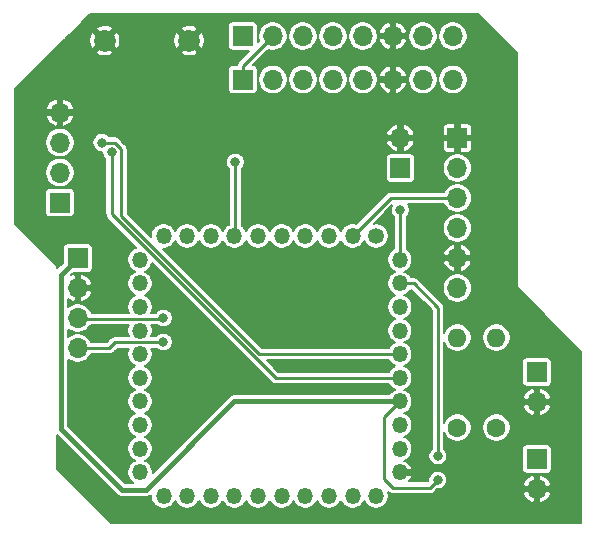
<source format=gbl>
G04 #@! TF.GenerationSoftware,KiCad,Pcbnew,(5.1.6)-1*
G04 #@! TF.CreationDate,2022-08-02T16:41:35-04:00*
G04 #@! TF.ProjectId,amiga-500-usb-kb-stamp,616d6967-612d-4353-9030-2d7573622d6b,rev?*
G04 #@! TF.SameCoordinates,Original*
G04 #@! TF.FileFunction,Copper,L2,Bot*
G04 #@! TF.FilePolarity,Positive*
%FSLAX46Y46*%
G04 Gerber Fmt 4.6, Leading zero omitted, Abs format (unit mm)*
G04 Created by KiCad (PCBNEW (5.1.6)-1) date 2022-08-02 16:41:35*
%MOMM*%
%LPD*%
G01*
G04 APERTURE LIST*
G04 #@! TA.AperFunction,ComponentPad*
%ADD10C,1.850000*%
G04 #@! TD*
G04 #@! TA.AperFunction,ComponentPad*
%ADD11R,1.700000X1.700000*%
G04 #@! TD*
G04 #@! TA.AperFunction,ComponentPad*
%ADD12O,1.700000X1.700000*%
G04 #@! TD*
G04 #@! TA.AperFunction,ComponentPad*
%ADD13C,1.600000*%
G04 #@! TD*
G04 #@! TA.AperFunction,ComponentPad*
%ADD14O,1.600000X1.600000*%
G04 #@! TD*
G04 #@! TA.AperFunction,ComponentPad*
%ADD15O,1.350000X1.350000*%
G04 #@! TD*
G04 #@! TA.AperFunction,ComponentPad*
%ADD16C,1.350000*%
G04 #@! TD*
G04 #@! TA.AperFunction,ViaPad*
%ADD17C,0.800000*%
G04 #@! TD*
G04 #@! TA.AperFunction,Conductor*
%ADD18C,0.400000*%
G04 #@! TD*
G04 #@! TA.AperFunction,Conductor*
%ADD19C,0.250000*%
G04 #@! TD*
G04 #@! TA.AperFunction,Conductor*
%ADD20C,0.200000*%
G04 #@! TD*
G04 APERTURE END LIST*
D10*
X124479000Y-76200000D03*
X117329000Y-76200000D03*
D11*
X113538000Y-89916000D03*
D12*
X113538000Y-87376000D03*
X113538000Y-84836000D03*
X113538000Y-82296000D03*
D11*
X129032000Y-75819000D03*
D12*
X131572000Y-75819000D03*
X134112000Y-75819000D03*
X136652000Y-75819000D03*
X139192000Y-75819000D03*
X141732000Y-75819000D03*
X144272000Y-75819000D03*
X146812000Y-75819000D03*
X146812000Y-79502000D03*
X144272000Y-79502000D03*
X141732000Y-79502000D03*
X139192000Y-79502000D03*
X136652000Y-79502000D03*
X134112000Y-79502000D03*
X131572000Y-79502000D03*
D11*
X129032000Y-79502000D03*
X115062000Y-94615000D03*
D12*
X115062000Y-97155000D03*
X115062000Y-99695000D03*
X115062000Y-102235000D03*
D11*
X147193000Y-84455000D03*
D12*
X147193000Y-86995000D03*
X147193000Y-89535000D03*
X147193000Y-92075000D03*
X147193000Y-94615000D03*
X147193000Y-97155000D03*
D11*
X142367000Y-86995000D03*
D12*
X142367000Y-84455000D03*
D13*
X147193000Y-108966000D03*
D14*
X147193000Y-101346000D03*
X150495000Y-101346000D03*
D13*
X150495000Y-108966000D03*
D15*
X142318000Y-94759000D03*
X142318000Y-96759000D03*
X142318000Y-98759000D03*
X142318000Y-100759000D03*
X142318000Y-102759000D03*
X142318000Y-104759000D03*
X142318000Y-106759000D03*
X142318000Y-108759000D03*
X142318000Y-110759000D03*
X142318000Y-112759000D03*
X140318000Y-114759000D03*
X138318000Y-114759000D03*
X136318000Y-114759000D03*
X134318000Y-114759000D03*
X132318000Y-114759000D03*
X130318000Y-114759000D03*
X128318000Y-114759000D03*
X126318000Y-114759000D03*
X124318000Y-114759000D03*
X122318000Y-114759000D03*
X120318000Y-112759000D03*
X120318000Y-110759000D03*
X120318000Y-108759000D03*
X120318000Y-106759000D03*
X120318000Y-104759000D03*
X120318000Y-102759000D03*
X120318000Y-100759000D03*
X120318000Y-98759000D03*
X120318000Y-96759000D03*
X120318000Y-94759000D03*
X122318000Y-92759000D03*
X124318000Y-92759000D03*
X126318000Y-92759000D03*
X128318000Y-92759000D03*
X130318000Y-92759000D03*
X132318000Y-92759000D03*
X134318000Y-92759000D03*
X136318000Y-92759000D03*
X138318000Y-92759000D03*
D16*
X140318000Y-92759000D03*
D11*
X153924000Y-111633000D03*
D12*
X153924000Y-114173000D03*
X153924000Y-106807000D03*
D11*
X153924000Y-104267000D03*
D17*
X145542000Y-113411000D03*
X117094000Y-110744000D03*
X122555000Y-110744000D03*
X140335000Y-94869000D03*
X140462000Y-103759000D03*
X116840000Y-100965000D03*
X127381000Y-77724000D03*
X132715000Y-77724000D03*
X149606000Y-78105000D03*
X147193000Y-103378000D03*
X128397000Y-86487000D03*
X117920205Y-85662205D03*
X117094000Y-84836000D03*
X122301000Y-99695000D03*
X122301000Y-101727000D03*
X142367000Y-90551000D03*
X145542000Y-111379000D03*
D18*
X113665000Y-96012000D02*
X113665000Y-109093000D01*
X115062000Y-94615000D02*
X113665000Y-96012000D01*
X128318000Y-106759000D02*
X142318000Y-106759000D01*
X113665000Y-109093000D02*
X118814999Y-114242999D01*
X118814999Y-114242999D02*
X120834001Y-114242999D01*
X120834001Y-114242999D02*
X128318000Y-106759000D01*
D19*
X140970000Y-113284000D02*
X140970000Y-108107000D01*
X140970000Y-108107000D02*
X142318000Y-106759000D01*
X145542000Y-113411000D02*
X144907000Y-114046000D01*
X141732000Y-114046000D02*
X140970000Y-113284000D01*
X144907000Y-114046000D02*
X141732000Y-114046000D01*
X128397000Y-92680000D02*
X128318000Y-92759000D01*
X128397000Y-86487000D02*
X128397000Y-92680000D01*
X129032000Y-78359000D02*
X131572000Y-75819000D01*
X129032000Y-79502000D02*
X129032000Y-78359000D01*
X117920205Y-90881203D02*
X131798002Y-104759000D01*
X131798002Y-104759000D02*
X142318000Y-104759000D01*
X117920205Y-85662205D02*
X117920205Y-90881203D01*
X118745000Y-91069588D02*
X130434412Y-102759000D01*
X130434412Y-102759000D02*
X142318000Y-102759000D01*
X118745000Y-85413998D02*
X118745000Y-91069588D01*
X117094000Y-84836000D02*
X118167002Y-84836000D01*
X118167002Y-84836000D02*
X118745000Y-85413998D01*
X122237000Y-99759000D02*
X122301000Y-99695000D01*
X115062000Y-99695000D02*
X115126000Y-99759000D01*
X115126000Y-99759000D02*
X122237000Y-99759000D01*
X115062000Y-102235000D02*
X117729000Y-102235000D01*
X122269000Y-101759000D02*
X122301000Y-101727000D01*
X117729000Y-102235000D02*
X118205000Y-101759000D01*
X118205000Y-101759000D02*
X122269000Y-101759000D01*
X141542000Y-89535000D02*
X138318000Y-92759000D01*
X147193000Y-89535000D02*
X141542000Y-89535000D01*
X142367000Y-94710000D02*
X142318000Y-94759000D01*
X142367000Y-90551000D02*
X142367000Y-94710000D01*
X145542000Y-111379000D02*
X145542000Y-98806000D01*
X143495000Y-96759000D02*
X142318000Y-96759000D01*
X145542000Y-98806000D02*
X143495000Y-96759000D01*
D20*
G36*
X152229001Y-77265042D02*
G01*
X152229000Y-96880133D01*
X152226945Y-96901000D01*
X152229000Y-96921867D01*
X152229000Y-96921873D01*
X152235150Y-96984313D01*
X152259452Y-97064426D01*
X152298916Y-97138259D01*
X152352026Y-97202974D01*
X152368244Y-97216284D01*
X157690001Y-102538042D01*
X157690000Y-117050000D01*
X117905040Y-117050000D01*
X113328000Y-112472960D01*
X113328000Y-109604527D01*
X118369895Y-114646424D01*
X118388682Y-114669316D01*
X118480044Y-114744295D01*
X118584278Y-114800009D01*
X118663069Y-114823910D01*
X118697377Y-114834317D01*
X118708639Y-114835426D01*
X118785525Y-114842999D01*
X118785532Y-114842999D01*
X118814998Y-114845901D01*
X118844464Y-114842999D01*
X120804527Y-114842999D01*
X120834001Y-114845902D01*
X120863475Y-114842999D01*
X120951622Y-114834317D01*
X121064722Y-114800009D01*
X121168956Y-114744295D01*
X121243000Y-114683529D01*
X121243000Y-114864878D01*
X121284312Y-115072566D01*
X121365348Y-115268203D01*
X121482993Y-115444272D01*
X121632728Y-115594007D01*
X121808797Y-115711652D01*
X122004434Y-115792688D01*
X122212122Y-115834000D01*
X122423878Y-115834000D01*
X122631566Y-115792688D01*
X122827203Y-115711652D01*
X123003272Y-115594007D01*
X123153007Y-115444272D01*
X123270652Y-115268203D01*
X123318000Y-115153896D01*
X123365348Y-115268203D01*
X123482993Y-115444272D01*
X123632728Y-115594007D01*
X123808797Y-115711652D01*
X124004434Y-115792688D01*
X124212122Y-115834000D01*
X124423878Y-115834000D01*
X124631566Y-115792688D01*
X124827203Y-115711652D01*
X125003272Y-115594007D01*
X125153007Y-115444272D01*
X125270652Y-115268203D01*
X125318000Y-115153896D01*
X125365348Y-115268203D01*
X125482993Y-115444272D01*
X125632728Y-115594007D01*
X125808797Y-115711652D01*
X126004434Y-115792688D01*
X126212122Y-115834000D01*
X126423878Y-115834000D01*
X126631566Y-115792688D01*
X126827203Y-115711652D01*
X127003272Y-115594007D01*
X127153007Y-115444272D01*
X127270652Y-115268203D01*
X127318000Y-115153896D01*
X127365348Y-115268203D01*
X127482993Y-115444272D01*
X127632728Y-115594007D01*
X127808797Y-115711652D01*
X128004434Y-115792688D01*
X128212122Y-115834000D01*
X128423878Y-115834000D01*
X128631566Y-115792688D01*
X128827203Y-115711652D01*
X129003272Y-115594007D01*
X129153007Y-115444272D01*
X129270652Y-115268203D01*
X129318000Y-115153896D01*
X129365348Y-115268203D01*
X129482993Y-115444272D01*
X129632728Y-115594007D01*
X129808797Y-115711652D01*
X130004434Y-115792688D01*
X130212122Y-115834000D01*
X130423878Y-115834000D01*
X130631566Y-115792688D01*
X130827203Y-115711652D01*
X131003272Y-115594007D01*
X131153007Y-115444272D01*
X131270652Y-115268203D01*
X131318000Y-115153896D01*
X131365348Y-115268203D01*
X131482993Y-115444272D01*
X131632728Y-115594007D01*
X131808797Y-115711652D01*
X132004434Y-115792688D01*
X132212122Y-115834000D01*
X132423878Y-115834000D01*
X132631566Y-115792688D01*
X132827203Y-115711652D01*
X133003272Y-115594007D01*
X133153007Y-115444272D01*
X133270652Y-115268203D01*
X133318000Y-115153896D01*
X133365348Y-115268203D01*
X133482993Y-115444272D01*
X133632728Y-115594007D01*
X133808797Y-115711652D01*
X134004434Y-115792688D01*
X134212122Y-115834000D01*
X134423878Y-115834000D01*
X134631566Y-115792688D01*
X134827203Y-115711652D01*
X135003272Y-115594007D01*
X135153007Y-115444272D01*
X135270652Y-115268203D01*
X135318000Y-115153896D01*
X135365348Y-115268203D01*
X135482993Y-115444272D01*
X135632728Y-115594007D01*
X135808797Y-115711652D01*
X136004434Y-115792688D01*
X136212122Y-115834000D01*
X136423878Y-115834000D01*
X136631566Y-115792688D01*
X136827203Y-115711652D01*
X137003272Y-115594007D01*
X137153007Y-115444272D01*
X137270652Y-115268203D01*
X137318000Y-115153896D01*
X137365348Y-115268203D01*
X137482993Y-115444272D01*
X137632728Y-115594007D01*
X137808797Y-115711652D01*
X138004434Y-115792688D01*
X138212122Y-115834000D01*
X138423878Y-115834000D01*
X138631566Y-115792688D01*
X138827203Y-115711652D01*
X139003272Y-115594007D01*
X139153007Y-115444272D01*
X139270652Y-115268203D01*
X139318000Y-115153896D01*
X139365348Y-115268203D01*
X139482993Y-115444272D01*
X139632728Y-115594007D01*
X139808797Y-115711652D01*
X140004434Y-115792688D01*
X140212122Y-115834000D01*
X140423878Y-115834000D01*
X140631566Y-115792688D01*
X140827203Y-115711652D01*
X141003272Y-115594007D01*
X141153007Y-115444272D01*
X141270652Y-115268203D01*
X141351688Y-115072566D01*
X141393000Y-114864878D01*
X141393000Y-114653122D01*
X141351688Y-114445434D01*
X141325325Y-114381787D01*
X141342538Y-114399001D01*
X141358973Y-114419027D01*
X141378999Y-114435462D01*
X141379003Y-114435466D01*
X141408093Y-114459339D01*
X141438914Y-114484633D01*
X141530119Y-114533383D01*
X141629082Y-114563403D01*
X141732000Y-114573540D01*
X141757788Y-114571000D01*
X144881220Y-114571000D01*
X144907000Y-114573539D01*
X144932780Y-114571000D01*
X144932788Y-114571000D01*
X145008303Y-114563562D01*
X152736582Y-114563562D01*
X152808192Y-114736469D01*
X152939559Y-114943325D01*
X153108758Y-115120578D01*
X153309286Y-115261416D01*
X153533437Y-115360427D01*
X153724000Y-115306905D01*
X153724000Y-114373000D01*
X154124000Y-114373000D01*
X154124000Y-115306905D01*
X154314563Y-115360427D01*
X154538714Y-115261416D01*
X154739242Y-115120578D01*
X154908441Y-114943325D01*
X155039808Y-114736469D01*
X155111418Y-114563562D01*
X155056475Y-114373000D01*
X154124000Y-114373000D01*
X153724000Y-114373000D01*
X152791525Y-114373000D01*
X152736582Y-114563562D01*
X145008303Y-114563562D01*
X145009918Y-114563403D01*
X145108881Y-114533383D01*
X145200086Y-114484633D01*
X145280027Y-114419027D01*
X145296471Y-114398990D01*
X145484461Y-114211000D01*
X145620793Y-114211000D01*
X145775351Y-114180257D01*
X145920942Y-114119951D01*
X146051970Y-114032401D01*
X146163401Y-113920970D01*
X146250951Y-113789942D01*
X146254059Y-113782438D01*
X152736582Y-113782438D01*
X152791525Y-113973000D01*
X153724000Y-113973000D01*
X153724000Y-113039095D01*
X154124000Y-113039095D01*
X154124000Y-113973000D01*
X155056475Y-113973000D01*
X155111418Y-113782438D01*
X155039808Y-113609531D01*
X154908441Y-113402675D01*
X154739242Y-113225422D01*
X154538714Y-113084584D01*
X154314563Y-112985573D01*
X154124000Y-113039095D01*
X153724000Y-113039095D01*
X153533437Y-112985573D01*
X153309286Y-113084584D01*
X153108758Y-113225422D01*
X152939559Y-113402675D01*
X152808192Y-113609531D01*
X152736582Y-113782438D01*
X146254059Y-113782438D01*
X146311257Y-113644351D01*
X146342000Y-113489793D01*
X146342000Y-113332207D01*
X146311257Y-113177649D01*
X146250951Y-113032058D01*
X146163401Y-112901030D01*
X146051970Y-112789599D01*
X145920942Y-112702049D01*
X145775351Y-112641743D01*
X145620793Y-112611000D01*
X145463207Y-112611000D01*
X145308649Y-112641743D01*
X145163058Y-112702049D01*
X145032030Y-112789599D01*
X144920599Y-112901030D01*
X144833049Y-113032058D01*
X144772743Y-113177649D01*
X144742000Y-113332207D01*
X144742000Y-113468539D01*
X144689539Y-113521000D01*
X143070363Y-113521000D01*
X143114095Y-113481412D01*
X143239734Y-113312221D01*
X143329951Y-113121770D01*
X143274242Y-112959000D01*
X142518000Y-112959000D01*
X142518000Y-112979000D01*
X142118000Y-112979000D01*
X142118000Y-112959000D01*
X142098000Y-112959000D01*
X142098000Y-112559000D01*
X142118000Y-112559000D01*
X142118000Y-112539000D01*
X142518000Y-112539000D01*
X142518000Y-112559000D01*
X143274242Y-112559000D01*
X143329951Y-112396230D01*
X143239734Y-112205779D01*
X143114095Y-112036588D01*
X142957863Y-111895159D01*
X142777041Y-111786926D01*
X142711250Y-111759682D01*
X142827203Y-111711652D01*
X143003272Y-111594007D01*
X143153007Y-111444272D01*
X143270652Y-111268203D01*
X143351688Y-111072566D01*
X143393000Y-110864878D01*
X143393000Y-110653122D01*
X143351688Y-110445434D01*
X143270652Y-110249797D01*
X143153007Y-110073728D01*
X143003272Y-109923993D01*
X142827203Y-109806348D01*
X142712896Y-109759000D01*
X142827203Y-109711652D01*
X143003272Y-109594007D01*
X143153007Y-109444272D01*
X143270652Y-109268203D01*
X143351688Y-109072566D01*
X143393000Y-108864878D01*
X143393000Y-108653122D01*
X143351688Y-108445434D01*
X143270652Y-108249797D01*
X143153007Y-108073728D01*
X143003272Y-107923993D01*
X142827203Y-107806348D01*
X142712896Y-107759000D01*
X142827203Y-107711652D01*
X143003272Y-107594007D01*
X143153007Y-107444272D01*
X143270652Y-107268203D01*
X143351688Y-107072566D01*
X143393000Y-106864878D01*
X143393000Y-106653122D01*
X143351688Y-106445434D01*
X143270652Y-106249797D01*
X143153007Y-106073728D01*
X143003272Y-105923993D01*
X142827203Y-105806348D01*
X142712896Y-105759000D01*
X142827203Y-105711652D01*
X143003272Y-105594007D01*
X143153007Y-105444272D01*
X143270652Y-105268203D01*
X143351688Y-105072566D01*
X143393000Y-104864878D01*
X143393000Y-104653122D01*
X143351688Y-104445434D01*
X143270652Y-104249797D01*
X143153007Y-104073728D01*
X143003272Y-103923993D01*
X142827203Y-103806348D01*
X142712896Y-103759000D01*
X142827203Y-103711652D01*
X143003272Y-103594007D01*
X143153007Y-103444272D01*
X143270652Y-103268203D01*
X143351688Y-103072566D01*
X143393000Y-102864878D01*
X143393000Y-102653122D01*
X143351688Y-102445434D01*
X143270652Y-102249797D01*
X143153007Y-102073728D01*
X143003272Y-101923993D01*
X142827203Y-101806348D01*
X142712896Y-101759000D01*
X142827203Y-101711652D01*
X143003272Y-101594007D01*
X143153007Y-101444272D01*
X143270652Y-101268203D01*
X143351688Y-101072566D01*
X143393000Y-100864878D01*
X143393000Y-100653122D01*
X143351688Y-100445434D01*
X143270652Y-100249797D01*
X143153007Y-100073728D01*
X143003272Y-99923993D01*
X142827203Y-99806348D01*
X142712896Y-99759000D01*
X142827203Y-99711652D01*
X143003272Y-99594007D01*
X143153007Y-99444272D01*
X143270652Y-99268203D01*
X143351688Y-99072566D01*
X143393000Y-98864878D01*
X143393000Y-98653122D01*
X143351688Y-98445434D01*
X143270652Y-98249797D01*
X143153007Y-98073728D01*
X143003272Y-97923993D01*
X142827203Y-97806348D01*
X142712896Y-97759000D01*
X142827203Y-97711652D01*
X143003272Y-97594007D01*
X143153007Y-97444272D01*
X143260097Y-97284000D01*
X143277539Y-97284000D01*
X145017001Y-99023463D01*
X145017000Y-110772629D01*
X144920599Y-110869030D01*
X144833049Y-111000058D01*
X144772743Y-111145649D01*
X144742000Y-111300207D01*
X144742000Y-111457793D01*
X144772743Y-111612351D01*
X144833049Y-111757942D01*
X144920599Y-111888970D01*
X145032030Y-112000401D01*
X145163058Y-112087951D01*
X145308649Y-112148257D01*
X145463207Y-112179000D01*
X145620793Y-112179000D01*
X145775351Y-112148257D01*
X145920942Y-112087951D01*
X146051970Y-112000401D01*
X146163401Y-111888970D01*
X146250951Y-111757942D01*
X146311257Y-111612351D01*
X146342000Y-111457793D01*
X146342000Y-111300207D01*
X146311257Y-111145649D01*
X146250951Y-111000058D01*
X146163401Y-110869030D01*
X146077371Y-110783000D01*
X152672065Y-110783000D01*
X152672065Y-112483000D01*
X152679788Y-112561414D01*
X152702660Y-112636814D01*
X152739803Y-112706303D01*
X152789789Y-112767211D01*
X152850697Y-112817197D01*
X152920186Y-112854340D01*
X152995586Y-112877212D01*
X153074000Y-112884935D01*
X154774000Y-112884935D01*
X154852414Y-112877212D01*
X154927814Y-112854340D01*
X154997303Y-112817197D01*
X155058211Y-112767211D01*
X155108197Y-112706303D01*
X155145340Y-112636814D01*
X155168212Y-112561414D01*
X155175935Y-112483000D01*
X155175935Y-110783000D01*
X155168212Y-110704586D01*
X155145340Y-110629186D01*
X155108197Y-110559697D01*
X155058211Y-110498789D01*
X154997303Y-110448803D01*
X154927814Y-110411660D01*
X154852414Y-110388788D01*
X154774000Y-110381065D01*
X153074000Y-110381065D01*
X152995586Y-110388788D01*
X152920186Y-110411660D01*
X152850697Y-110448803D01*
X152789789Y-110498789D01*
X152739803Y-110559697D01*
X152702660Y-110629186D01*
X152679788Y-110704586D01*
X152672065Y-110783000D01*
X146077371Y-110783000D01*
X146067000Y-110772629D01*
X146067000Y-109383345D01*
X146129574Y-109534413D01*
X146260899Y-109730955D01*
X146428045Y-109898101D01*
X146624587Y-110029426D01*
X146842973Y-110119884D01*
X147074810Y-110166000D01*
X147311190Y-110166000D01*
X147543027Y-110119884D01*
X147761413Y-110029426D01*
X147957955Y-109898101D01*
X148125101Y-109730955D01*
X148256426Y-109534413D01*
X148346884Y-109316027D01*
X148393000Y-109084190D01*
X148393000Y-108847810D01*
X149295000Y-108847810D01*
X149295000Y-109084190D01*
X149341116Y-109316027D01*
X149431574Y-109534413D01*
X149562899Y-109730955D01*
X149730045Y-109898101D01*
X149926587Y-110029426D01*
X150144973Y-110119884D01*
X150376810Y-110166000D01*
X150613190Y-110166000D01*
X150845027Y-110119884D01*
X151063413Y-110029426D01*
X151259955Y-109898101D01*
X151427101Y-109730955D01*
X151558426Y-109534413D01*
X151648884Y-109316027D01*
X151695000Y-109084190D01*
X151695000Y-108847810D01*
X151648884Y-108615973D01*
X151558426Y-108397587D01*
X151427101Y-108201045D01*
X151259955Y-108033899D01*
X151063413Y-107902574D01*
X150845027Y-107812116D01*
X150613190Y-107766000D01*
X150376810Y-107766000D01*
X150144973Y-107812116D01*
X149926587Y-107902574D01*
X149730045Y-108033899D01*
X149562899Y-108201045D01*
X149431574Y-108397587D01*
X149341116Y-108615973D01*
X149295000Y-108847810D01*
X148393000Y-108847810D01*
X148346884Y-108615973D01*
X148256426Y-108397587D01*
X148125101Y-108201045D01*
X147957955Y-108033899D01*
X147761413Y-107902574D01*
X147543027Y-107812116D01*
X147311190Y-107766000D01*
X147074810Y-107766000D01*
X146842973Y-107812116D01*
X146624587Y-107902574D01*
X146428045Y-108033899D01*
X146260899Y-108201045D01*
X146129574Y-108397587D01*
X146067000Y-108548655D01*
X146067000Y-107197562D01*
X152736582Y-107197562D01*
X152808192Y-107370469D01*
X152939559Y-107577325D01*
X153108758Y-107754578D01*
X153309286Y-107895416D01*
X153533437Y-107994427D01*
X153724000Y-107940905D01*
X153724000Y-107007000D01*
X154124000Y-107007000D01*
X154124000Y-107940905D01*
X154314563Y-107994427D01*
X154538714Y-107895416D01*
X154739242Y-107754578D01*
X154908441Y-107577325D01*
X155039808Y-107370469D01*
X155111418Y-107197562D01*
X155056475Y-107007000D01*
X154124000Y-107007000D01*
X153724000Y-107007000D01*
X152791525Y-107007000D01*
X152736582Y-107197562D01*
X146067000Y-107197562D01*
X146067000Y-106416438D01*
X152736582Y-106416438D01*
X152791525Y-106607000D01*
X153724000Y-106607000D01*
X153724000Y-105673095D01*
X154124000Y-105673095D01*
X154124000Y-106607000D01*
X155056475Y-106607000D01*
X155111418Y-106416438D01*
X155039808Y-106243531D01*
X154908441Y-106036675D01*
X154739242Y-105859422D01*
X154538714Y-105718584D01*
X154314563Y-105619573D01*
X154124000Y-105673095D01*
X153724000Y-105673095D01*
X153533437Y-105619573D01*
X153309286Y-105718584D01*
X153108758Y-105859422D01*
X152939559Y-106036675D01*
X152808192Y-106243531D01*
X152736582Y-106416438D01*
X146067000Y-106416438D01*
X146067000Y-103417000D01*
X152672065Y-103417000D01*
X152672065Y-105117000D01*
X152679788Y-105195414D01*
X152702660Y-105270814D01*
X152739803Y-105340303D01*
X152789789Y-105401211D01*
X152850697Y-105451197D01*
X152920186Y-105488340D01*
X152995586Y-105511212D01*
X153074000Y-105518935D01*
X154774000Y-105518935D01*
X154852414Y-105511212D01*
X154927814Y-105488340D01*
X154997303Y-105451197D01*
X155058211Y-105401211D01*
X155108197Y-105340303D01*
X155145340Y-105270814D01*
X155168212Y-105195414D01*
X155175935Y-105117000D01*
X155175935Y-103417000D01*
X155168212Y-103338586D01*
X155145340Y-103263186D01*
X155108197Y-103193697D01*
X155058211Y-103132789D01*
X154997303Y-103082803D01*
X154927814Y-103045660D01*
X154852414Y-103022788D01*
X154774000Y-103015065D01*
X153074000Y-103015065D01*
X152995586Y-103022788D01*
X152920186Y-103045660D01*
X152850697Y-103082803D01*
X152789789Y-103132789D01*
X152739803Y-103193697D01*
X152702660Y-103263186D01*
X152679788Y-103338586D01*
X152672065Y-103417000D01*
X146067000Y-103417000D01*
X146067000Y-101763345D01*
X146129574Y-101914413D01*
X146260899Y-102110955D01*
X146428045Y-102278101D01*
X146624587Y-102409426D01*
X146842973Y-102499884D01*
X147074810Y-102546000D01*
X147311190Y-102546000D01*
X147543027Y-102499884D01*
X147761413Y-102409426D01*
X147957955Y-102278101D01*
X148125101Y-102110955D01*
X148256426Y-101914413D01*
X148346884Y-101696027D01*
X148393000Y-101464190D01*
X148393000Y-101227810D01*
X149295000Y-101227810D01*
X149295000Y-101464190D01*
X149341116Y-101696027D01*
X149431574Y-101914413D01*
X149562899Y-102110955D01*
X149730045Y-102278101D01*
X149926587Y-102409426D01*
X150144973Y-102499884D01*
X150376810Y-102546000D01*
X150613190Y-102546000D01*
X150845027Y-102499884D01*
X151063413Y-102409426D01*
X151259955Y-102278101D01*
X151427101Y-102110955D01*
X151558426Y-101914413D01*
X151648884Y-101696027D01*
X151695000Y-101464190D01*
X151695000Y-101227810D01*
X151648884Y-100995973D01*
X151558426Y-100777587D01*
X151427101Y-100581045D01*
X151259955Y-100413899D01*
X151063413Y-100282574D01*
X150845027Y-100192116D01*
X150613190Y-100146000D01*
X150376810Y-100146000D01*
X150144973Y-100192116D01*
X149926587Y-100282574D01*
X149730045Y-100413899D01*
X149562899Y-100581045D01*
X149431574Y-100777587D01*
X149341116Y-100995973D01*
X149295000Y-101227810D01*
X148393000Y-101227810D01*
X148346884Y-100995973D01*
X148256426Y-100777587D01*
X148125101Y-100581045D01*
X147957955Y-100413899D01*
X147761413Y-100282574D01*
X147543027Y-100192116D01*
X147311190Y-100146000D01*
X147074810Y-100146000D01*
X146842973Y-100192116D01*
X146624587Y-100282574D01*
X146428045Y-100413899D01*
X146260899Y-100581045D01*
X146129574Y-100777587D01*
X146067000Y-100928655D01*
X146067000Y-98831779D01*
X146069539Y-98805999D01*
X146067000Y-98780219D01*
X146067000Y-98780212D01*
X146059403Y-98703082D01*
X146029383Y-98604119D01*
X145980633Y-98512914D01*
X145915027Y-98432973D01*
X145894996Y-98416534D01*
X144510348Y-97031886D01*
X145943000Y-97031886D01*
X145943000Y-97278114D01*
X145991037Y-97519611D01*
X146085265Y-97747097D01*
X146222062Y-97951828D01*
X146396172Y-98125938D01*
X146600903Y-98262735D01*
X146828389Y-98356963D01*
X147069886Y-98405000D01*
X147316114Y-98405000D01*
X147557611Y-98356963D01*
X147785097Y-98262735D01*
X147989828Y-98125938D01*
X148163938Y-97951828D01*
X148300735Y-97747097D01*
X148394963Y-97519611D01*
X148443000Y-97278114D01*
X148443000Y-97031886D01*
X148394963Y-96790389D01*
X148300735Y-96562903D01*
X148163938Y-96358172D01*
X147989828Y-96184062D01*
X147785097Y-96047265D01*
X147557611Y-95953037D01*
X147316114Y-95905000D01*
X147069886Y-95905000D01*
X146828389Y-95953037D01*
X146600903Y-96047265D01*
X146396172Y-96184062D01*
X146222062Y-96358172D01*
X146085265Y-96562903D01*
X145991037Y-96790389D01*
X145943000Y-97031886D01*
X144510348Y-97031886D01*
X143884471Y-96406010D01*
X143868027Y-96385973D01*
X143788086Y-96320367D01*
X143696881Y-96271617D01*
X143597918Y-96241597D01*
X143520788Y-96234000D01*
X143520780Y-96234000D01*
X143495000Y-96231461D01*
X143469220Y-96234000D01*
X143260097Y-96234000D01*
X143153007Y-96073728D01*
X143003272Y-95923993D01*
X142827203Y-95806348D01*
X142712896Y-95759000D01*
X142827203Y-95711652D01*
X143003272Y-95594007D01*
X143153007Y-95444272D01*
X143270652Y-95268203D01*
X143351688Y-95072566D01*
X143365016Y-95005562D01*
X146005582Y-95005562D01*
X146077192Y-95178469D01*
X146208559Y-95385325D01*
X146377758Y-95562578D01*
X146578286Y-95703416D01*
X146802437Y-95802427D01*
X146993000Y-95748905D01*
X146993000Y-94815000D01*
X147393000Y-94815000D01*
X147393000Y-95748905D01*
X147583563Y-95802427D01*
X147807714Y-95703416D01*
X148008242Y-95562578D01*
X148177441Y-95385325D01*
X148308808Y-95178469D01*
X148380418Y-95005562D01*
X148325475Y-94815000D01*
X147393000Y-94815000D01*
X146993000Y-94815000D01*
X146060525Y-94815000D01*
X146005582Y-95005562D01*
X143365016Y-95005562D01*
X143393000Y-94864878D01*
X143393000Y-94653122D01*
X143351688Y-94445434D01*
X143270652Y-94249797D01*
X143253708Y-94224438D01*
X146005582Y-94224438D01*
X146060525Y-94415000D01*
X146993000Y-94415000D01*
X146993000Y-93481095D01*
X147393000Y-93481095D01*
X147393000Y-94415000D01*
X148325475Y-94415000D01*
X148380418Y-94224438D01*
X148308808Y-94051531D01*
X148177441Y-93844675D01*
X148008242Y-93667422D01*
X147807714Y-93526584D01*
X147583563Y-93427573D01*
X147393000Y-93481095D01*
X146993000Y-93481095D01*
X146802437Y-93427573D01*
X146578286Y-93526584D01*
X146377758Y-93667422D01*
X146208559Y-93844675D01*
X146077192Y-94051531D01*
X146005582Y-94224438D01*
X143253708Y-94224438D01*
X143153007Y-94073728D01*
X143003272Y-93923993D01*
X142892000Y-93849644D01*
X142892000Y-91951886D01*
X145943000Y-91951886D01*
X145943000Y-92198114D01*
X145991037Y-92439611D01*
X146085265Y-92667097D01*
X146222062Y-92871828D01*
X146396172Y-93045938D01*
X146600903Y-93182735D01*
X146828389Y-93276963D01*
X147069886Y-93325000D01*
X147316114Y-93325000D01*
X147557611Y-93276963D01*
X147785097Y-93182735D01*
X147989828Y-93045938D01*
X148163938Y-92871828D01*
X148300735Y-92667097D01*
X148394963Y-92439611D01*
X148443000Y-92198114D01*
X148443000Y-91951886D01*
X148394963Y-91710389D01*
X148300735Y-91482903D01*
X148163938Y-91278172D01*
X147989828Y-91104062D01*
X147785097Y-90967265D01*
X147557611Y-90873037D01*
X147316114Y-90825000D01*
X147069886Y-90825000D01*
X146828389Y-90873037D01*
X146600903Y-90967265D01*
X146396172Y-91104062D01*
X146222062Y-91278172D01*
X146085265Y-91482903D01*
X145991037Y-91710389D01*
X145943000Y-91951886D01*
X142892000Y-91951886D01*
X142892000Y-91157371D01*
X142988401Y-91060970D01*
X143075951Y-90929942D01*
X143136257Y-90784351D01*
X143167000Y-90629793D01*
X143167000Y-90472207D01*
X143136257Y-90317649D01*
X143075951Y-90172058D01*
X143001076Y-90060000D01*
X146057472Y-90060000D01*
X146085265Y-90127097D01*
X146222062Y-90331828D01*
X146396172Y-90505938D01*
X146600903Y-90642735D01*
X146828389Y-90736963D01*
X147069886Y-90785000D01*
X147316114Y-90785000D01*
X147557611Y-90736963D01*
X147785097Y-90642735D01*
X147989828Y-90505938D01*
X148163938Y-90331828D01*
X148300735Y-90127097D01*
X148394963Y-89899611D01*
X148443000Y-89658114D01*
X148443000Y-89411886D01*
X148394963Y-89170389D01*
X148300735Y-88942903D01*
X148163938Y-88738172D01*
X147989828Y-88564062D01*
X147785097Y-88427265D01*
X147557611Y-88333037D01*
X147316114Y-88285000D01*
X147069886Y-88285000D01*
X146828389Y-88333037D01*
X146600903Y-88427265D01*
X146396172Y-88564062D01*
X146222062Y-88738172D01*
X146085265Y-88942903D01*
X146057472Y-89010000D01*
X141567788Y-89010000D01*
X141542000Y-89007460D01*
X141516212Y-89010000D01*
X141439082Y-89017597D01*
X141340119Y-89047617D01*
X141248914Y-89096367D01*
X141168973Y-89161973D01*
X141152534Y-89182004D01*
X138612933Y-91721606D01*
X138423878Y-91684000D01*
X138212122Y-91684000D01*
X138004434Y-91725312D01*
X137808797Y-91806348D01*
X137632728Y-91923993D01*
X137482993Y-92073728D01*
X137365348Y-92249797D01*
X137318000Y-92364104D01*
X137270652Y-92249797D01*
X137153007Y-92073728D01*
X137003272Y-91923993D01*
X136827203Y-91806348D01*
X136631566Y-91725312D01*
X136423878Y-91684000D01*
X136212122Y-91684000D01*
X136004434Y-91725312D01*
X135808797Y-91806348D01*
X135632728Y-91923993D01*
X135482993Y-92073728D01*
X135365348Y-92249797D01*
X135318000Y-92364104D01*
X135270652Y-92249797D01*
X135153007Y-92073728D01*
X135003272Y-91923993D01*
X134827203Y-91806348D01*
X134631566Y-91725312D01*
X134423878Y-91684000D01*
X134212122Y-91684000D01*
X134004434Y-91725312D01*
X133808797Y-91806348D01*
X133632728Y-91923993D01*
X133482993Y-92073728D01*
X133365348Y-92249797D01*
X133318000Y-92364104D01*
X133270652Y-92249797D01*
X133153007Y-92073728D01*
X133003272Y-91923993D01*
X132827203Y-91806348D01*
X132631566Y-91725312D01*
X132423878Y-91684000D01*
X132212122Y-91684000D01*
X132004434Y-91725312D01*
X131808797Y-91806348D01*
X131632728Y-91923993D01*
X131482993Y-92073728D01*
X131365348Y-92249797D01*
X131318000Y-92364104D01*
X131270652Y-92249797D01*
X131153007Y-92073728D01*
X131003272Y-91923993D01*
X130827203Y-91806348D01*
X130631566Y-91725312D01*
X130423878Y-91684000D01*
X130212122Y-91684000D01*
X130004434Y-91725312D01*
X129808797Y-91806348D01*
X129632728Y-91923993D01*
X129482993Y-92073728D01*
X129365348Y-92249797D01*
X129318000Y-92364104D01*
X129270652Y-92249797D01*
X129153007Y-92073728D01*
X129003272Y-91923993D01*
X128922000Y-91869689D01*
X128922000Y-87093371D01*
X129018401Y-86996970D01*
X129105951Y-86865942D01*
X129166257Y-86720351D01*
X129197000Y-86565793D01*
X129197000Y-86408207D01*
X129166257Y-86253649D01*
X129121253Y-86145000D01*
X141115065Y-86145000D01*
X141115065Y-87845000D01*
X141122788Y-87923414D01*
X141145660Y-87998814D01*
X141182803Y-88068303D01*
X141232789Y-88129211D01*
X141293697Y-88179197D01*
X141363186Y-88216340D01*
X141438586Y-88239212D01*
X141517000Y-88246935D01*
X143217000Y-88246935D01*
X143295414Y-88239212D01*
X143370814Y-88216340D01*
X143440303Y-88179197D01*
X143501211Y-88129211D01*
X143551197Y-88068303D01*
X143588340Y-87998814D01*
X143611212Y-87923414D01*
X143618935Y-87845000D01*
X143618935Y-86871886D01*
X145943000Y-86871886D01*
X145943000Y-87118114D01*
X145991037Y-87359611D01*
X146085265Y-87587097D01*
X146222062Y-87791828D01*
X146396172Y-87965938D01*
X146600903Y-88102735D01*
X146828389Y-88196963D01*
X147069886Y-88245000D01*
X147316114Y-88245000D01*
X147557611Y-88196963D01*
X147785097Y-88102735D01*
X147989828Y-87965938D01*
X148163938Y-87791828D01*
X148300735Y-87587097D01*
X148394963Y-87359611D01*
X148443000Y-87118114D01*
X148443000Y-86871886D01*
X148394963Y-86630389D01*
X148300735Y-86402903D01*
X148163938Y-86198172D01*
X147989828Y-86024062D01*
X147785097Y-85887265D01*
X147557611Y-85793037D01*
X147316114Y-85745000D01*
X147069886Y-85745000D01*
X146828389Y-85793037D01*
X146600903Y-85887265D01*
X146396172Y-86024062D01*
X146222062Y-86198172D01*
X146085265Y-86402903D01*
X145991037Y-86630389D01*
X145943000Y-86871886D01*
X143618935Y-86871886D01*
X143618935Y-86145000D01*
X143611212Y-86066586D01*
X143588340Y-85991186D01*
X143551197Y-85921697D01*
X143501211Y-85860789D01*
X143440303Y-85810803D01*
X143370814Y-85773660D01*
X143295414Y-85750788D01*
X143217000Y-85743065D01*
X141517000Y-85743065D01*
X141438586Y-85750788D01*
X141363186Y-85773660D01*
X141293697Y-85810803D01*
X141232789Y-85860789D01*
X141182803Y-85921697D01*
X141145660Y-85991186D01*
X141122788Y-86066586D01*
X141115065Y-86145000D01*
X129121253Y-86145000D01*
X129105951Y-86108058D01*
X129018401Y-85977030D01*
X128906970Y-85865599D01*
X128775942Y-85778049D01*
X128630351Y-85717743D01*
X128475793Y-85687000D01*
X128318207Y-85687000D01*
X128163649Y-85717743D01*
X128018058Y-85778049D01*
X127887030Y-85865599D01*
X127775599Y-85977030D01*
X127688049Y-86108058D01*
X127627743Y-86253649D01*
X127597000Y-86408207D01*
X127597000Y-86565793D01*
X127627743Y-86720351D01*
X127688049Y-86865942D01*
X127775599Y-86996970D01*
X127872000Y-87093371D01*
X127872001Y-91780168D01*
X127808797Y-91806348D01*
X127632728Y-91923993D01*
X127482993Y-92073728D01*
X127365348Y-92249797D01*
X127318000Y-92364104D01*
X127270652Y-92249797D01*
X127153007Y-92073728D01*
X127003272Y-91923993D01*
X126827203Y-91806348D01*
X126631566Y-91725312D01*
X126423878Y-91684000D01*
X126212122Y-91684000D01*
X126004434Y-91725312D01*
X125808797Y-91806348D01*
X125632728Y-91923993D01*
X125482993Y-92073728D01*
X125365348Y-92249797D01*
X125318000Y-92364104D01*
X125270652Y-92249797D01*
X125153007Y-92073728D01*
X125003272Y-91923993D01*
X124827203Y-91806348D01*
X124631566Y-91725312D01*
X124423878Y-91684000D01*
X124212122Y-91684000D01*
X124004434Y-91725312D01*
X123808797Y-91806348D01*
X123632728Y-91923993D01*
X123482993Y-92073728D01*
X123365348Y-92249797D01*
X123318000Y-92364104D01*
X123270652Y-92249797D01*
X123153007Y-92073728D01*
X123003272Y-91923993D01*
X122827203Y-91806348D01*
X122631566Y-91725312D01*
X122423878Y-91684000D01*
X122212122Y-91684000D01*
X122004434Y-91725312D01*
X121808797Y-91806348D01*
X121632728Y-91923993D01*
X121482993Y-92073728D01*
X121365348Y-92249797D01*
X121284312Y-92445434D01*
X121243000Y-92653122D01*
X121243000Y-92825127D01*
X119270000Y-90852127D01*
X119270000Y-85439786D01*
X119272540Y-85413998D01*
X119266572Y-85353403D01*
X119262403Y-85311080D01*
X119232383Y-85212117D01*
X119183633Y-85120912D01*
X119118027Y-85040971D01*
X119097995Y-85024531D01*
X118919026Y-84845562D01*
X141179582Y-84845562D01*
X141251192Y-85018469D01*
X141382559Y-85225325D01*
X141551758Y-85402578D01*
X141752286Y-85543416D01*
X141976437Y-85642427D01*
X142167000Y-85588905D01*
X142167000Y-84655000D01*
X142567000Y-84655000D01*
X142567000Y-85588905D01*
X142757563Y-85642427D01*
X142981714Y-85543416D01*
X143182242Y-85402578D01*
X143275386Y-85305000D01*
X145941065Y-85305000D01*
X145948788Y-85383414D01*
X145971660Y-85458814D01*
X146008803Y-85528303D01*
X146058789Y-85589211D01*
X146119697Y-85639197D01*
X146189186Y-85676340D01*
X146264586Y-85699212D01*
X146343000Y-85706935D01*
X146893000Y-85705000D01*
X146993000Y-85605000D01*
X146993000Y-84655000D01*
X147393000Y-84655000D01*
X147393000Y-85605000D01*
X147493000Y-85705000D01*
X148043000Y-85706935D01*
X148121414Y-85699212D01*
X148196814Y-85676340D01*
X148266303Y-85639197D01*
X148327211Y-85589211D01*
X148377197Y-85528303D01*
X148414340Y-85458814D01*
X148437212Y-85383414D01*
X148444935Y-85305000D01*
X148443000Y-84755000D01*
X148343000Y-84655000D01*
X147393000Y-84655000D01*
X146993000Y-84655000D01*
X146043000Y-84655000D01*
X145943000Y-84755000D01*
X145941065Y-85305000D01*
X143275386Y-85305000D01*
X143351441Y-85225325D01*
X143482808Y-85018469D01*
X143554418Y-84845562D01*
X143499475Y-84655000D01*
X142567000Y-84655000D01*
X142167000Y-84655000D01*
X141234525Y-84655000D01*
X141179582Y-84845562D01*
X118919026Y-84845562D01*
X118556473Y-84483010D01*
X118540029Y-84462973D01*
X118460088Y-84397367D01*
X118368883Y-84348617D01*
X118269920Y-84318597D01*
X118192790Y-84311000D01*
X118192782Y-84311000D01*
X118167002Y-84308461D01*
X118141222Y-84311000D01*
X117700371Y-84311000D01*
X117603970Y-84214599D01*
X117472942Y-84127049D01*
X117327351Y-84066743D01*
X117315763Y-84064438D01*
X141179582Y-84064438D01*
X141234525Y-84255000D01*
X142167000Y-84255000D01*
X142167000Y-83321095D01*
X142567000Y-83321095D01*
X142567000Y-84255000D01*
X143499475Y-84255000D01*
X143554418Y-84064438D01*
X143482808Y-83891531D01*
X143351441Y-83684675D01*
X143275387Y-83605000D01*
X145941065Y-83605000D01*
X145943000Y-84155000D01*
X146043000Y-84255000D01*
X146993000Y-84255000D01*
X146993000Y-83305000D01*
X147393000Y-83305000D01*
X147393000Y-84255000D01*
X148343000Y-84255000D01*
X148443000Y-84155000D01*
X148444935Y-83605000D01*
X148437212Y-83526586D01*
X148414340Y-83451186D01*
X148377197Y-83381697D01*
X148327211Y-83320789D01*
X148266303Y-83270803D01*
X148196814Y-83233660D01*
X148121414Y-83210788D01*
X148043000Y-83203065D01*
X147493000Y-83205000D01*
X147393000Y-83305000D01*
X146993000Y-83305000D01*
X146893000Y-83205000D01*
X146343000Y-83203065D01*
X146264586Y-83210788D01*
X146189186Y-83233660D01*
X146119697Y-83270803D01*
X146058789Y-83320789D01*
X146008803Y-83381697D01*
X145971660Y-83451186D01*
X145948788Y-83526586D01*
X145941065Y-83605000D01*
X143275387Y-83605000D01*
X143182242Y-83507422D01*
X142981714Y-83366584D01*
X142757563Y-83267573D01*
X142567000Y-83321095D01*
X142167000Y-83321095D01*
X141976437Y-83267573D01*
X141752286Y-83366584D01*
X141551758Y-83507422D01*
X141382559Y-83684675D01*
X141251192Y-83891531D01*
X141179582Y-84064438D01*
X117315763Y-84064438D01*
X117172793Y-84036000D01*
X117015207Y-84036000D01*
X116860649Y-84066743D01*
X116715058Y-84127049D01*
X116584030Y-84214599D01*
X116472599Y-84326030D01*
X116385049Y-84457058D01*
X116324743Y-84602649D01*
X116294000Y-84757207D01*
X116294000Y-84914793D01*
X116324743Y-85069351D01*
X116385049Y-85214942D01*
X116472599Y-85345970D01*
X116584030Y-85457401D01*
X116715058Y-85544951D01*
X116860649Y-85605257D01*
X117015207Y-85636000D01*
X117120205Y-85636000D01*
X117120205Y-85740998D01*
X117150948Y-85895556D01*
X117211254Y-86041147D01*
X117298804Y-86172175D01*
X117395205Y-86268576D01*
X117395206Y-90855413D01*
X117392666Y-90881203D01*
X117402802Y-90984120D01*
X117432822Y-91083083D01*
X117480619Y-91172505D01*
X117481573Y-91174289D01*
X117547179Y-91254230D01*
X117567210Y-91270669D01*
X120018963Y-93722422D01*
X120004434Y-93725312D01*
X119808797Y-93806348D01*
X119632728Y-93923993D01*
X119482993Y-94073728D01*
X119365348Y-94249797D01*
X119284312Y-94445434D01*
X119243000Y-94653122D01*
X119243000Y-94864878D01*
X119284312Y-95072566D01*
X119365348Y-95268203D01*
X119482993Y-95444272D01*
X119632728Y-95594007D01*
X119808797Y-95711652D01*
X119923104Y-95759000D01*
X119808797Y-95806348D01*
X119632728Y-95923993D01*
X119482993Y-96073728D01*
X119365348Y-96249797D01*
X119284312Y-96445434D01*
X119243000Y-96653122D01*
X119243000Y-96864878D01*
X119284312Y-97072566D01*
X119365348Y-97268203D01*
X119482993Y-97444272D01*
X119632728Y-97594007D01*
X119808797Y-97711652D01*
X119923104Y-97759000D01*
X119808797Y-97806348D01*
X119632728Y-97923993D01*
X119482993Y-98073728D01*
X119365348Y-98249797D01*
X119284312Y-98445434D01*
X119243000Y-98653122D01*
X119243000Y-98864878D01*
X119284312Y-99072566D01*
X119351181Y-99234000D01*
X116224037Y-99234000D01*
X116169735Y-99102903D01*
X116032938Y-98898172D01*
X115858828Y-98724062D01*
X115654097Y-98587265D01*
X115426611Y-98493037D01*
X115185114Y-98445000D01*
X114938886Y-98445000D01*
X114697389Y-98493037D01*
X114469903Y-98587265D01*
X114265172Y-98724062D01*
X114265000Y-98724234D01*
X114265000Y-98115390D01*
X114447286Y-98243416D01*
X114671437Y-98342427D01*
X114862000Y-98288905D01*
X114862000Y-97355000D01*
X115262000Y-97355000D01*
X115262000Y-98288905D01*
X115452563Y-98342427D01*
X115676714Y-98243416D01*
X115877242Y-98102578D01*
X116046441Y-97925325D01*
X116177808Y-97718469D01*
X116249418Y-97545562D01*
X116194475Y-97355000D01*
X115262000Y-97355000D01*
X114862000Y-97355000D01*
X114842000Y-97355000D01*
X114842000Y-96955000D01*
X114862000Y-96955000D01*
X114862000Y-96021095D01*
X115262000Y-96021095D01*
X115262000Y-96955000D01*
X116194475Y-96955000D01*
X116249418Y-96764438D01*
X116177808Y-96591531D01*
X116046441Y-96384675D01*
X115877242Y-96207422D01*
X115676714Y-96066584D01*
X115452563Y-95967573D01*
X115262000Y-96021095D01*
X114862000Y-96021095D01*
X114671437Y-95967573D01*
X114468167Y-96057361D01*
X114658593Y-95866935D01*
X115912000Y-95866935D01*
X115990414Y-95859212D01*
X116065814Y-95836340D01*
X116135303Y-95799197D01*
X116196211Y-95749211D01*
X116246197Y-95688303D01*
X116283340Y-95618814D01*
X116306212Y-95543414D01*
X116313935Y-95465000D01*
X116313935Y-93765000D01*
X116306212Y-93686586D01*
X116283340Y-93611186D01*
X116246197Y-93541697D01*
X116196211Y-93480789D01*
X116135303Y-93430803D01*
X116065814Y-93393660D01*
X115990414Y-93370788D01*
X115912000Y-93363065D01*
X114212000Y-93363065D01*
X114133586Y-93370788D01*
X114058186Y-93393660D01*
X113988697Y-93430803D01*
X113927789Y-93480789D01*
X113877803Y-93541697D01*
X113840660Y-93611186D01*
X113817788Y-93686586D01*
X113810065Y-93765000D01*
X113810065Y-95018407D01*
X113329555Y-95498918D01*
X113328000Y-95483132D01*
X113328000Y-95483126D01*
X113321850Y-95420686D01*
X113297548Y-95340573D01*
X113258084Y-95266740D01*
X113204974Y-95202026D01*
X113188763Y-95188722D01*
X109772000Y-91771960D01*
X109772000Y-89066000D01*
X112286065Y-89066000D01*
X112286065Y-90766000D01*
X112293788Y-90844414D01*
X112316660Y-90919814D01*
X112353803Y-90989303D01*
X112403789Y-91050211D01*
X112464697Y-91100197D01*
X112534186Y-91137340D01*
X112609586Y-91160212D01*
X112688000Y-91167935D01*
X114388000Y-91167935D01*
X114466414Y-91160212D01*
X114541814Y-91137340D01*
X114611303Y-91100197D01*
X114672211Y-91050211D01*
X114722197Y-90989303D01*
X114759340Y-90919814D01*
X114782212Y-90844414D01*
X114789935Y-90766000D01*
X114789935Y-89066000D01*
X114782212Y-88987586D01*
X114759340Y-88912186D01*
X114722197Y-88842697D01*
X114672211Y-88781789D01*
X114611303Y-88731803D01*
X114541814Y-88694660D01*
X114466414Y-88671788D01*
X114388000Y-88664065D01*
X112688000Y-88664065D01*
X112609586Y-88671788D01*
X112534186Y-88694660D01*
X112464697Y-88731803D01*
X112403789Y-88781789D01*
X112353803Y-88842697D01*
X112316660Y-88912186D01*
X112293788Y-88987586D01*
X112286065Y-89066000D01*
X109772000Y-89066000D01*
X109772000Y-87252886D01*
X112288000Y-87252886D01*
X112288000Y-87499114D01*
X112336037Y-87740611D01*
X112430265Y-87968097D01*
X112567062Y-88172828D01*
X112741172Y-88346938D01*
X112945903Y-88483735D01*
X113173389Y-88577963D01*
X113414886Y-88626000D01*
X113661114Y-88626000D01*
X113902611Y-88577963D01*
X114130097Y-88483735D01*
X114334828Y-88346938D01*
X114508938Y-88172828D01*
X114645735Y-87968097D01*
X114739963Y-87740611D01*
X114788000Y-87499114D01*
X114788000Y-87252886D01*
X114739963Y-87011389D01*
X114645735Y-86783903D01*
X114508938Y-86579172D01*
X114334828Y-86405062D01*
X114130097Y-86268265D01*
X113902611Y-86174037D01*
X113661114Y-86126000D01*
X113414886Y-86126000D01*
X113173389Y-86174037D01*
X112945903Y-86268265D01*
X112741172Y-86405062D01*
X112567062Y-86579172D01*
X112430265Y-86783903D01*
X112336037Y-87011389D01*
X112288000Y-87252886D01*
X109772000Y-87252886D01*
X109772000Y-84712886D01*
X112288000Y-84712886D01*
X112288000Y-84959114D01*
X112336037Y-85200611D01*
X112430265Y-85428097D01*
X112567062Y-85632828D01*
X112741172Y-85806938D01*
X112945903Y-85943735D01*
X113173389Y-86037963D01*
X113414886Y-86086000D01*
X113661114Y-86086000D01*
X113902611Y-86037963D01*
X114130097Y-85943735D01*
X114334828Y-85806938D01*
X114508938Y-85632828D01*
X114645735Y-85428097D01*
X114739963Y-85200611D01*
X114788000Y-84959114D01*
X114788000Y-84712886D01*
X114739963Y-84471389D01*
X114645735Y-84243903D01*
X114508938Y-84039172D01*
X114334828Y-83865062D01*
X114130097Y-83728265D01*
X113902611Y-83634037D01*
X113661114Y-83586000D01*
X113414886Y-83586000D01*
X113173389Y-83634037D01*
X112945903Y-83728265D01*
X112741172Y-83865062D01*
X112567062Y-84039172D01*
X112430265Y-84243903D01*
X112336037Y-84471389D01*
X112288000Y-84712886D01*
X109772000Y-84712886D01*
X109772000Y-82686562D01*
X112350582Y-82686562D01*
X112422192Y-82859469D01*
X112553559Y-83066325D01*
X112722758Y-83243578D01*
X112923286Y-83384416D01*
X113147437Y-83483427D01*
X113338000Y-83429905D01*
X113338000Y-82496000D01*
X113738000Y-82496000D01*
X113738000Y-83429905D01*
X113928563Y-83483427D01*
X114152714Y-83384416D01*
X114353242Y-83243578D01*
X114522441Y-83066325D01*
X114653808Y-82859469D01*
X114725418Y-82686562D01*
X114670475Y-82496000D01*
X113738000Y-82496000D01*
X113338000Y-82496000D01*
X112405525Y-82496000D01*
X112350582Y-82686562D01*
X109772000Y-82686562D01*
X109772000Y-81905438D01*
X112350582Y-81905438D01*
X112405525Y-82096000D01*
X113338000Y-82096000D01*
X113338000Y-81162095D01*
X113738000Y-81162095D01*
X113738000Y-82096000D01*
X114670475Y-82096000D01*
X114725418Y-81905438D01*
X114653808Y-81732531D01*
X114522441Y-81525675D01*
X114353242Y-81348422D01*
X114152714Y-81207584D01*
X113928563Y-81108573D01*
X113738000Y-81162095D01*
X113338000Y-81162095D01*
X113147437Y-81108573D01*
X112923286Y-81207584D01*
X112722758Y-81348422D01*
X112553559Y-81525675D01*
X112422192Y-81732531D01*
X112350582Y-81905438D01*
X109772000Y-81905438D01*
X109772000Y-80313040D01*
X112884441Y-77200599D01*
X116611243Y-77200599D01*
X116717099Y-77382469D01*
X116959546Y-77479124D01*
X117216190Y-77526623D01*
X117477168Y-77523140D01*
X117732453Y-77468810D01*
X117940901Y-77382469D01*
X118046757Y-77200599D01*
X123761243Y-77200599D01*
X123867099Y-77382469D01*
X124109546Y-77479124D01*
X124366190Y-77526623D01*
X124627168Y-77523140D01*
X124882453Y-77468810D01*
X125090901Y-77382469D01*
X125196757Y-77200599D01*
X124479000Y-76482843D01*
X123761243Y-77200599D01*
X118046757Y-77200599D01*
X117329000Y-76482843D01*
X116611243Y-77200599D01*
X112884441Y-77200599D01*
X113997850Y-76087190D01*
X116002377Y-76087190D01*
X116005860Y-76348168D01*
X116060190Y-76603453D01*
X116146531Y-76811901D01*
X116328401Y-76917757D01*
X117046157Y-76200000D01*
X117611843Y-76200000D01*
X118329599Y-76917757D01*
X118511469Y-76811901D01*
X118608124Y-76569454D01*
X118655623Y-76312810D01*
X118652612Y-76087190D01*
X123152377Y-76087190D01*
X123155860Y-76348168D01*
X123210190Y-76603453D01*
X123296531Y-76811901D01*
X123478401Y-76917757D01*
X124196157Y-76200000D01*
X124761843Y-76200000D01*
X125479599Y-76917757D01*
X125661469Y-76811901D01*
X125758124Y-76569454D01*
X125805623Y-76312810D01*
X125802140Y-76051832D01*
X125747810Y-75796547D01*
X125661469Y-75588099D01*
X125479599Y-75482243D01*
X124761843Y-76200000D01*
X124196157Y-76200000D01*
X123478401Y-75482243D01*
X123296531Y-75588099D01*
X123199876Y-75830546D01*
X123152377Y-76087190D01*
X118652612Y-76087190D01*
X118652140Y-76051832D01*
X118597810Y-75796547D01*
X118511469Y-75588099D01*
X118329599Y-75482243D01*
X117611843Y-76200000D01*
X117046157Y-76200000D01*
X116328401Y-75482243D01*
X116146531Y-75588099D01*
X116049876Y-75830546D01*
X116002377Y-76087190D01*
X113997850Y-76087190D01*
X114885639Y-75199401D01*
X116611243Y-75199401D01*
X117329000Y-75917157D01*
X118046757Y-75199401D01*
X123761243Y-75199401D01*
X124479000Y-75917157D01*
X125196757Y-75199401D01*
X125090901Y-75017531D01*
X124969168Y-74969000D01*
X127780065Y-74969000D01*
X127780065Y-76669000D01*
X127787788Y-76747414D01*
X127810660Y-76822814D01*
X127847803Y-76892303D01*
X127897789Y-76953211D01*
X127958697Y-77003197D01*
X128028186Y-77040340D01*
X128103586Y-77063212D01*
X128182000Y-77070935D01*
X129577604Y-77070935D01*
X128679005Y-77969534D01*
X128658974Y-77985973D01*
X128642535Y-78006004D01*
X128593367Y-78065915D01*
X128544617Y-78157120D01*
X128516423Y-78250065D01*
X128182000Y-78250065D01*
X128103586Y-78257788D01*
X128028186Y-78280660D01*
X127958697Y-78317803D01*
X127897789Y-78367789D01*
X127847803Y-78428697D01*
X127810660Y-78498186D01*
X127787788Y-78573586D01*
X127780065Y-78652000D01*
X127780065Y-80352000D01*
X127787788Y-80430414D01*
X127810660Y-80505814D01*
X127847803Y-80575303D01*
X127897789Y-80636211D01*
X127958697Y-80686197D01*
X128028186Y-80723340D01*
X128103586Y-80746212D01*
X128182000Y-80753935D01*
X129882000Y-80753935D01*
X129960414Y-80746212D01*
X130035814Y-80723340D01*
X130105303Y-80686197D01*
X130166211Y-80636211D01*
X130216197Y-80575303D01*
X130253340Y-80505814D01*
X130276212Y-80430414D01*
X130283935Y-80352000D01*
X130283935Y-79378886D01*
X130322000Y-79378886D01*
X130322000Y-79625114D01*
X130370037Y-79866611D01*
X130464265Y-80094097D01*
X130601062Y-80298828D01*
X130775172Y-80472938D01*
X130979903Y-80609735D01*
X131207389Y-80703963D01*
X131448886Y-80752000D01*
X131695114Y-80752000D01*
X131936611Y-80703963D01*
X132164097Y-80609735D01*
X132368828Y-80472938D01*
X132542938Y-80298828D01*
X132679735Y-80094097D01*
X132773963Y-79866611D01*
X132822000Y-79625114D01*
X132822000Y-79378886D01*
X132862000Y-79378886D01*
X132862000Y-79625114D01*
X132910037Y-79866611D01*
X133004265Y-80094097D01*
X133141062Y-80298828D01*
X133315172Y-80472938D01*
X133519903Y-80609735D01*
X133747389Y-80703963D01*
X133988886Y-80752000D01*
X134235114Y-80752000D01*
X134476611Y-80703963D01*
X134704097Y-80609735D01*
X134908828Y-80472938D01*
X135082938Y-80298828D01*
X135219735Y-80094097D01*
X135313963Y-79866611D01*
X135362000Y-79625114D01*
X135362000Y-79378886D01*
X135402000Y-79378886D01*
X135402000Y-79625114D01*
X135450037Y-79866611D01*
X135544265Y-80094097D01*
X135681062Y-80298828D01*
X135855172Y-80472938D01*
X136059903Y-80609735D01*
X136287389Y-80703963D01*
X136528886Y-80752000D01*
X136775114Y-80752000D01*
X137016611Y-80703963D01*
X137244097Y-80609735D01*
X137448828Y-80472938D01*
X137622938Y-80298828D01*
X137759735Y-80094097D01*
X137853963Y-79866611D01*
X137902000Y-79625114D01*
X137902000Y-79378886D01*
X137942000Y-79378886D01*
X137942000Y-79625114D01*
X137990037Y-79866611D01*
X138084265Y-80094097D01*
X138221062Y-80298828D01*
X138395172Y-80472938D01*
X138599903Y-80609735D01*
X138827389Y-80703963D01*
X139068886Y-80752000D01*
X139315114Y-80752000D01*
X139556611Y-80703963D01*
X139784097Y-80609735D01*
X139988828Y-80472938D01*
X140162938Y-80298828D01*
X140299735Y-80094097D01*
X140383213Y-79892563D01*
X140544573Y-79892563D01*
X140643584Y-80116714D01*
X140784422Y-80317242D01*
X140961675Y-80486441D01*
X141168531Y-80617808D01*
X141341438Y-80689418D01*
X141532000Y-80634475D01*
X141532000Y-79702000D01*
X141932000Y-79702000D01*
X141932000Y-80634475D01*
X142122562Y-80689418D01*
X142295469Y-80617808D01*
X142502325Y-80486441D01*
X142679578Y-80317242D01*
X142820416Y-80116714D01*
X142919427Y-79892563D01*
X142865905Y-79702000D01*
X141932000Y-79702000D01*
X141532000Y-79702000D01*
X140598095Y-79702000D01*
X140544573Y-79892563D01*
X140383213Y-79892563D01*
X140393963Y-79866611D01*
X140442000Y-79625114D01*
X140442000Y-79378886D01*
X143022000Y-79378886D01*
X143022000Y-79625114D01*
X143070037Y-79866611D01*
X143164265Y-80094097D01*
X143301062Y-80298828D01*
X143475172Y-80472938D01*
X143679903Y-80609735D01*
X143907389Y-80703963D01*
X144148886Y-80752000D01*
X144395114Y-80752000D01*
X144636611Y-80703963D01*
X144864097Y-80609735D01*
X145068828Y-80472938D01*
X145242938Y-80298828D01*
X145379735Y-80094097D01*
X145473963Y-79866611D01*
X145522000Y-79625114D01*
X145522000Y-79378886D01*
X145562000Y-79378886D01*
X145562000Y-79625114D01*
X145610037Y-79866611D01*
X145704265Y-80094097D01*
X145841062Y-80298828D01*
X146015172Y-80472938D01*
X146219903Y-80609735D01*
X146447389Y-80703963D01*
X146688886Y-80752000D01*
X146935114Y-80752000D01*
X147176611Y-80703963D01*
X147404097Y-80609735D01*
X147608828Y-80472938D01*
X147782938Y-80298828D01*
X147919735Y-80094097D01*
X148013963Y-79866611D01*
X148062000Y-79625114D01*
X148062000Y-79378886D01*
X148013963Y-79137389D01*
X147919735Y-78909903D01*
X147782938Y-78705172D01*
X147608828Y-78531062D01*
X147404097Y-78394265D01*
X147176611Y-78300037D01*
X146935114Y-78252000D01*
X146688886Y-78252000D01*
X146447389Y-78300037D01*
X146219903Y-78394265D01*
X146015172Y-78531062D01*
X145841062Y-78705172D01*
X145704265Y-78909903D01*
X145610037Y-79137389D01*
X145562000Y-79378886D01*
X145522000Y-79378886D01*
X145473963Y-79137389D01*
X145379735Y-78909903D01*
X145242938Y-78705172D01*
X145068828Y-78531062D01*
X144864097Y-78394265D01*
X144636611Y-78300037D01*
X144395114Y-78252000D01*
X144148886Y-78252000D01*
X143907389Y-78300037D01*
X143679903Y-78394265D01*
X143475172Y-78531062D01*
X143301062Y-78705172D01*
X143164265Y-78909903D01*
X143070037Y-79137389D01*
X143022000Y-79378886D01*
X140442000Y-79378886D01*
X140393963Y-79137389D01*
X140383214Y-79111437D01*
X140544573Y-79111437D01*
X140598095Y-79302000D01*
X141532000Y-79302000D01*
X141532000Y-78369525D01*
X141932000Y-78369525D01*
X141932000Y-79302000D01*
X142865905Y-79302000D01*
X142919427Y-79111437D01*
X142820416Y-78887286D01*
X142679578Y-78686758D01*
X142502325Y-78517559D01*
X142295469Y-78386192D01*
X142122562Y-78314582D01*
X141932000Y-78369525D01*
X141532000Y-78369525D01*
X141341438Y-78314582D01*
X141168531Y-78386192D01*
X140961675Y-78517559D01*
X140784422Y-78686758D01*
X140643584Y-78887286D01*
X140544573Y-79111437D01*
X140383214Y-79111437D01*
X140299735Y-78909903D01*
X140162938Y-78705172D01*
X139988828Y-78531062D01*
X139784097Y-78394265D01*
X139556611Y-78300037D01*
X139315114Y-78252000D01*
X139068886Y-78252000D01*
X138827389Y-78300037D01*
X138599903Y-78394265D01*
X138395172Y-78531062D01*
X138221062Y-78705172D01*
X138084265Y-78909903D01*
X137990037Y-79137389D01*
X137942000Y-79378886D01*
X137902000Y-79378886D01*
X137853963Y-79137389D01*
X137759735Y-78909903D01*
X137622938Y-78705172D01*
X137448828Y-78531062D01*
X137244097Y-78394265D01*
X137016611Y-78300037D01*
X136775114Y-78252000D01*
X136528886Y-78252000D01*
X136287389Y-78300037D01*
X136059903Y-78394265D01*
X135855172Y-78531062D01*
X135681062Y-78705172D01*
X135544265Y-78909903D01*
X135450037Y-79137389D01*
X135402000Y-79378886D01*
X135362000Y-79378886D01*
X135313963Y-79137389D01*
X135219735Y-78909903D01*
X135082938Y-78705172D01*
X134908828Y-78531062D01*
X134704097Y-78394265D01*
X134476611Y-78300037D01*
X134235114Y-78252000D01*
X133988886Y-78252000D01*
X133747389Y-78300037D01*
X133519903Y-78394265D01*
X133315172Y-78531062D01*
X133141062Y-78705172D01*
X133004265Y-78909903D01*
X132910037Y-79137389D01*
X132862000Y-79378886D01*
X132822000Y-79378886D01*
X132773963Y-79137389D01*
X132679735Y-78909903D01*
X132542938Y-78705172D01*
X132368828Y-78531062D01*
X132164097Y-78394265D01*
X131936611Y-78300037D01*
X131695114Y-78252000D01*
X131448886Y-78252000D01*
X131207389Y-78300037D01*
X130979903Y-78394265D01*
X130775172Y-78531062D01*
X130601062Y-78705172D01*
X130464265Y-78909903D01*
X130370037Y-79137389D01*
X130322000Y-79378886D01*
X130283935Y-79378886D01*
X130283935Y-78652000D01*
X130276212Y-78573586D01*
X130253340Y-78498186D01*
X130216197Y-78428697D01*
X130166211Y-78367789D01*
X130105303Y-78317803D01*
X130035814Y-78280660D01*
X129960414Y-78257788D01*
X129883271Y-78250190D01*
X131140291Y-76993170D01*
X131207389Y-77020963D01*
X131448886Y-77069000D01*
X131695114Y-77069000D01*
X131936611Y-77020963D01*
X132164097Y-76926735D01*
X132368828Y-76789938D01*
X132542938Y-76615828D01*
X132679735Y-76411097D01*
X132773963Y-76183611D01*
X132822000Y-75942114D01*
X132822000Y-75695886D01*
X132862000Y-75695886D01*
X132862000Y-75942114D01*
X132910037Y-76183611D01*
X133004265Y-76411097D01*
X133141062Y-76615828D01*
X133315172Y-76789938D01*
X133519903Y-76926735D01*
X133747389Y-77020963D01*
X133988886Y-77069000D01*
X134235114Y-77069000D01*
X134476611Y-77020963D01*
X134704097Y-76926735D01*
X134908828Y-76789938D01*
X135082938Y-76615828D01*
X135219735Y-76411097D01*
X135313963Y-76183611D01*
X135362000Y-75942114D01*
X135362000Y-75695886D01*
X135402000Y-75695886D01*
X135402000Y-75942114D01*
X135450037Y-76183611D01*
X135544265Y-76411097D01*
X135681062Y-76615828D01*
X135855172Y-76789938D01*
X136059903Y-76926735D01*
X136287389Y-77020963D01*
X136528886Y-77069000D01*
X136775114Y-77069000D01*
X137016611Y-77020963D01*
X137244097Y-76926735D01*
X137448828Y-76789938D01*
X137622938Y-76615828D01*
X137759735Y-76411097D01*
X137853963Y-76183611D01*
X137902000Y-75942114D01*
X137902000Y-75695886D01*
X137942000Y-75695886D01*
X137942000Y-75942114D01*
X137990037Y-76183611D01*
X138084265Y-76411097D01*
X138221062Y-76615828D01*
X138395172Y-76789938D01*
X138599903Y-76926735D01*
X138827389Y-77020963D01*
X139068886Y-77069000D01*
X139315114Y-77069000D01*
X139556611Y-77020963D01*
X139784097Y-76926735D01*
X139988828Y-76789938D01*
X140162938Y-76615828D01*
X140299735Y-76411097D01*
X140383213Y-76209563D01*
X140544573Y-76209563D01*
X140643584Y-76433714D01*
X140784422Y-76634242D01*
X140961675Y-76803441D01*
X141168531Y-76934808D01*
X141341438Y-77006418D01*
X141532000Y-76951475D01*
X141532000Y-76019000D01*
X141932000Y-76019000D01*
X141932000Y-76951475D01*
X142122562Y-77006418D01*
X142295469Y-76934808D01*
X142502325Y-76803441D01*
X142679578Y-76634242D01*
X142820416Y-76433714D01*
X142919427Y-76209563D01*
X142865905Y-76019000D01*
X141932000Y-76019000D01*
X141532000Y-76019000D01*
X140598095Y-76019000D01*
X140544573Y-76209563D01*
X140383213Y-76209563D01*
X140393963Y-76183611D01*
X140442000Y-75942114D01*
X140442000Y-75695886D01*
X143022000Y-75695886D01*
X143022000Y-75942114D01*
X143070037Y-76183611D01*
X143164265Y-76411097D01*
X143301062Y-76615828D01*
X143475172Y-76789938D01*
X143679903Y-76926735D01*
X143907389Y-77020963D01*
X144148886Y-77069000D01*
X144395114Y-77069000D01*
X144636611Y-77020963D01*
X144864097Y-76926735D01*
X145068828Y-76789938D01*
X145242938Y-76615828D01*
X145379735Y-76411097D01*
X145473963Y-76183611D01*
X145522000Y-75942114D01*
X145522000Y-75695886D01*
X145562000Y-75695886D01*
X145562000Y-75942114D01*
X145610037Y-76183611D01*
X145704265Y-76411097D01*
X145841062Y-76615828D01*
X146015172Y-76789938D01*
X146219903Y-76926735D01*
X146447389Y-77020963D01*
X146688886Y-77069000D01*
X146935114Y-77069000D01*
X147176611Y-77020963D01*
X147404097Y-76926735D01*
X147608828Y-76789938D01*
X147782938Y-76615828D01*
X147919735Y-76411097D01*
X148013963Y-76183611D01*
X148062000Y-75942114D01*
X148062000Y-75695886D01*
X148013963Y-75454389D01*
X147919735Y-75226903D01*
X147782938Y-75022172D01*
X147608828Y-74848062D01*
X147404097Y-74711265D01*
X147176611Y-74617037D01*
X146935114Y-74569000D01*
X146688886Y-74569000D01*
X146447389Y-74617037D01*
X146219903Y-74711265D01*
X146015172Y-74848062D01*
X145841062Y-75022172D01*
X145704265Y-75226903D01*
X145610037Y-75454389D01*
X145562000Y-75695886D01*
X145522000Y-75695886D01*
X145473963Y-75454389D01*
X145379735Y-75226903D01*
X145242938Y-75022172D01*
X145068828Y-74848062D01*
X144864097Y-74711265D01*
X144636611Y-74617037D01*
X144395114Y-74569000D01*
X144148886Y-74569000D01*
X143907389Y-74617037D01*
X143679903Y-74711265D01*
X143475172Y-74848062D01*
X143301062Y-75022172D01*
X143164265Y-75226903D01*
X143070037Y-75454389D01*
X143022000Y-75695886D01*
X140442000Y-75695886D01*
X140393963Y-75454389D01*
X140383214Y-75428437D01*
X140544573Y-75428437D01*
X140598095Y-75619000D01*
X141532000Y-75619000D01*
X141532000Y-74686525D01*
X141932000Y-74686525D01*
X141932000Y-75619000D01*
X142865905Y-75619000D01*
X142919427Y-75428437D01*
X142820416Y-75204286D01*
X142679578Y-75003758D01*
X142502325Y-74834559D01*
X142295469Y-74703192D01*
X142122562Y-74631582D01*
X141932000Y-74686525D01*
X141532000Y-74686525D01*
X141341438Y-74631582D01*
X141168531Y-74703192D01*
X140961675Y-74834559D01*
X140784422Y-75003758D01*
X140643584Y-75204286D01*
X140544573Y-75428437D01*
X140383214Y-75428437D01*
X140299735Y-75226903D01*
X140162938Y-75022172D01*
X139988828Y-74848062D01*
X139784097Y-74711265D01*
X139556611Y-74617037D01*
X139315114Y-74569000D01*
X139068886Y-74569000D01*
X138827389Y-74617037D01*
X138599903Y-74711265D01*
X138395172Y-74848062D01*
X138221062Y-75022172D01*
X138084265Y-75226903D01*
X137990037Y-75454389D01*
X137942000Y-75695886D01*
X137902000Y-75695886D01*
X137853963Y-75454389D01*
X137759735Y-75226903D01*
X137622938Y-75022172D01*
X137448828Y-74848062D01*
X137244097Y-74711265D01*
X137016611Y-74617037D01*
X136775114Y-74569000D01*
X136528886Y-74569000D01*
X136287389Y-74617037D01*
X136059903Y-74711265D01*
X135855172Y-74848062D01*
X135681062Y-75022172D01*
X135544265Y-75226903D01*
X135450037Y-75454389D01*
X135402000Y-75695886D01*
X135362000Y-75695886D01*
X135313963Y-75454389D01*
X135219735Y-75226903D01*
X135082938Y-75022172D01*
X134908828Y-74848062D01*
X134704097Y-74711265D01*
X134476611Y-74617037D01*
X134235114Y-74569000D01*
X133988886Y-74569000D01*
X133747389Y-74617037D01*
X133519903Y-74711265D01*
X133315172Y-74848062D01*
X133141062Y-75022172D01*
X133004265Y-75226903D01*
X132910037Y-75454389D01*
X132862000Y-75695886D01*
X132822000Y-75695886D01*
X132773963Y-75454389D01*
X132679735Y-75226903D01*
X132542938Y-75022172D01*
X132368828Y-74848062D01*
X132164097Y-74711265D01*
X131936611Y-74617037D01*
X131695114Y-74569000D01*
X131448886Y-74569000D01*
X131207389Y-74617037D01*
X130979903Y-74711265D01*
X130775172Y-74848062D01*
X130601062Y-75022172D01*
X130464265Y-75226903D01*
X130370037Y-75454389D01*
X130322000Y-75695886D01*
X130322000Y-75942114D01*
X130370037Y-76183611D01*
X130397830Y-76250709D01*
X130283935Y-76364603D01*
X130283935Y-74969000D01*
X130276212Y-74890586D01*
X130253340Y-74815186D01*
X130216197Y-74745697D01*
X130166211Y-74684789D01*
X130105303Y-74634803D01*
X130035814Y-74597660D01*
X129960414Y-74574788D01*
X129882000Y-74567065D01*
X128182000Y-74567065D01*
X128103586Y-74574788D01*
X128028186Y-74597660D01*
X127958697Y-74634803D01*
X127897789Y-74684789D01*
X127847803Y-74745697D01*
X127810660Y-74815186D01*
X127787788Y-74890586D01*
X127780065Y-74969000D01*
X124969168Y-74969000D01*
X124848454Y-74920876D01*
X124591810Y-74873377D01*
X124330832Y-74876860D01*
X124075547Y-74931190D01*
X123867099Y-75017531D01*
X123761243Y-75199401D01*
X118046757Y-75199401D01*
X117940901Y-75017531D01*
X117698454Y-74920876D01*
X117441810Y-74873377D01*
X117180832Y-74876860D01*
X116925547Y-74931190D01*
X116717099Y-75017531D01*
X116611243Y-75199401D01*
X114885639Y-75199401D01*
X115758280Y-74326761D01*
X115758284Y-74326756D01*
X116127041Y-73958000D01*
X148921960Y-73958000D01*
X152229001Y-77265042D01*
G37*
X152229001Y-77265042D02*
X152229000Y-96880133D01*
X152226945Y-96901000D01*
X152229000Y-96921867D01*
X152229000Y-96921873D01*
X152235150Y-96984313D01*
X152259452Y-97064426D01*
X152298916Y-97138259D01*
X152352026Y-97202974D01*
X152368244Y-97216284D01*
X157690001Y-102538042D01*
X157690000Y-117050000D01*
X117905040Y-117050000D01*
X113328000Y-112472960D01*
X113328000Y-109604527D01*
X118369895Y-114646424D01*
X118388682Y-114669316D01*
X118480044Y-114744295D01*
X118584278Y-114800009D01*
X118663069Y-114823910D01*
X118697377Y-114834317D01*
X118708639Y-114835426D01*
X118785525Y-114842999D01*
X118785532Y-114842999D01*
X118814998Y-114845901D01*
X118844464Y-114842999D01*
X120804527Y-114842999D01*
X120834001Y-114845902D01*
X120863475Y-114842999D01*
X120951622Y-114834317D01*
X121064722Y-114800009D01*
X121168956Y-114744295D01*
X121243000Y-114683529D01*
X121243000Y-114864878D01*
X121284312Y-115072566D01*
X121365348Y-115268203D01*
X121482993Y-115444272D01*
X121632728Y-115594007D01*
X121808797Y-115711652D01*
X122004434Y-115792688D01*
X122212122Y-115834000D01*
X122423878Y-115834000D01*
X122631566Y-115792688D01*
X122827203Y-115711652D01*
X123003272Y-115594007D01*
X123153007Y-115444272D01*
X123270652Y-115268203D01*
X123318000Y-115153896D01*
X123365348Y-115268203D01*
X123482993Y-115444272D01*
X123632728Y-115594007D01*
X123808797Y-115711652D01*
X124004434Y-115792688D01*
X124212122Y-115834000D01*
X124423878Y-115834000D01*
X124631566Y-115792688D01*
X124827203Y-115711652D01*
X125003272Y-115594007D01*
X125153007Y-115444272D01*
X125270652Y-115268203D01*
X125318000Y-115153896D01*
X125365348Y-115268203D01*
X125482993Y-115444272D01*
X125632728Y-115594007D01*
X125808797Y-115711652D01*
X126004434Y-115792688D01*
X126212122Y-115834000D01*
X126423878Y-115834000D01*
X126631566Y-115792688D01*
X126827203Y-115711652D01*
X127003272Y-115594007D01*
X127153007Y-115444272D01*
X127270652Y-115268203D01*
X127318000Y-115153896D01*
X127365348Y-115268203D01*
X127482993Y-115444272D01*
X127632728Y-115594007D01*
X127808797Y-115711652D01*
X128004434Y-115792688D01*
X128212122Y-115834000D01*
X128423878Y-115834000D01*
X128631566Y-115792688D01*
X128827203Y-115711652D01*
X129003272Y-115594007D01*
X129153007Y-115444272D01*
X129270652Y-115268203D01*
X129318000Y-115153896D01*
X129365348Y-115268203D01*
X129482993Y-115444272D01*
X129632728Y-115594007D01*
X129808797Y-115711652D01*
X130004434Y-115792688D01*
X130212122Y-115834000D01*
X130423878Y-115834000D01*
X130631566Y-115792688D01*
X130827203Y-115711652D01*
X131003272Y-115594007D01*
X131153007Y-115444272D01*
X131270652Y-115268203D01*
X131318000Y-115153896D01*
X131365348Y-115268203D01*
X131482993Y-115444272D01*
X131632728Y-115594007D01*
X131808797Y-115711652D01*
X132004434Y-115792688D01*
X132212122Y-115834000D01*
X132423878Y-115834000D01*
X132631566Y-115792688D01*
X132827203Y-115711652D01*
X133003272Y-115594007D01*
X133153007Y-115444272D01*
X133270652Y-115268203D01*
X133318000Y-115153896D01*
X133365348Y-115268203D01*
X133482993Y-115444272D01*
X133632728Y-115594007D01*
X133808797Y-115711652D01*
X134004434Y-115792688D01*
X134212122Y-115834000D01*
X134423878Y-115834000D01*
X134631566Y-115792688D01*
X134827203Y-115711652D01*
X135003272Y-115594007D01*
X135153007Y-115444272D01*
X135270652Y-115268203D01*
X135318000Y-115153896D01*
X135365348Y-115268203D01*
X135482993Y-115444272D01*
X135632728Y-115594007D01*
X135808797Y-115711652D01*
X136004434Y-115792688D01*
X136212122Y-115834000D01*
X136423878Y-115834000D01*
X136631566Y-115792688D01*
X136827203Y-115711652D01*
X137003272Y-115594007D01*
X137153007Y-115444272D01*
X137270652Y-115268203D01*
X137318000Y-115153896D01*
X137365348Y-115268203D01*
X137482993Y-115444272D01*
X137632728Y-115594007D01*
X137808797Y-115711652D01*
X138004434Y-115792688D01*
X138212122Y-115834000D01*
X138423878Y-115834000D01*
X138631566Y-115792688D01*
X138827203Y-115711652D01*
X139003272Y-115594007D01*
X139153007Y-115444272D01*
X139270652Y-115268203D01*
X139318000Y-115153896D01*
X139365348Y-115268203D01*
X139482993Y-115444272D01*
X139632728Y-115594007D01*
X139808797Y-115711652D01*
X140004434Y-115792688D01*
X140212122Y-115834000D01*
X140423878Y-115834000D01*
X140631566Y-115792688D01*
X140827203Y-115711652D01*
X141003272Y-115594007D01*
X141153007Y-115444272D01*
X141270652Y-115268203D01*
X141351688Y-115072566D01*
X141393000Y-114864878D01*
X141393000Y-114653122D01*
X141351688Y-114445434D01*
X141325325Y-114381787D01*
X141342538Y-114399001D01*
X141358973Y-114419027D01*
X141378999Y-114435462D01*
X141379003Y-114435466D01*
X141408093Y-114459339D01*
X141438914Y-114484633D01*
X141530119Y-114533383D01*
X141629082Y-114563403D01*
X141732000Y-114573540D01*
X141757788Y-114571000D01*
X144881220Y-114571000D01*
X144907000Y-114573539D01*
X144932780Y-114571000D01*
X144932788Y-114571000D01*
X145008303Y-114563562D01*
X152736582Y-114563562D01*
X152808192Y-114736469D01*
X152939559Y-114943325D01*
X153108758Y-115120578D01*
X153309286Y-115261416D01*
X153533437Y-115360427D01*
X153724000Y-115306905D01*
X153724000Y-114373000D01*
X154124000Y-114373000D01*
X154124000Y-115306905D01*
X154314563Y-115360427D01*
X154538714Y-115261416D01*
X154739242Y-115120578D01*
X154908441Y-114943325D01*
X155039808Y-114736469D01*
X155111418Y-114563562D01*
X155056475Y-114373000D01*
X154124000Y-114373000D01*
X153724000Y-114373000D01*
X152791525Y-114373000D01*
X152736582Y-114563562D01*
X145008303Y-114563562D01*
X145009918Y-114563403D01*
X145108881Y-114533383D01*
X145200086Y-114484633D01*
X145280027Y-114419027D01*
X145296471Y-114398990D01*
X145484461Y-114211000D01*
X145620793Y-114211000D01*
X145775351Y-114180257D01*
X145920942Y-114119951D01*
X146051970Y-114032401D01*
X146163401Y-113920970D01*
X146250951Y-113789942D01*
X146254059Y-113782438D01*
X152736582Y-113782438D01*
X152791525Y-113973000D01*
X153724000Y-113973000D01*
X153724000Y-113039095D01*
X154124000Y-113039095D01*
X154124000Y-113973000D01*
X155056475Y-113973000D01*
X155111418Y-113782438D01*
X155039808Y-113609531D01*
X154908441Y-113402675D01*
X154739242Y-113225422D01*
X154538714Y-113084584D01*
X154314563Y-112985573D01*
X154124000Y-113039095D01*
X153724000Y-113039095D01*
X153533437Y-112985573D01*
X153309286Y-113084584D01*
X153108758Y-113225422D01*
X152939559Y-113402675D01*
X152808192Y-113609531D01*
X152736582Y-113782438D01*
X146254059Y-113782438D01*
X146311257Y-113644351D01*
X146342000Y-113489793D01*
X146342000Y-113332207D01*
X146311257Y-113177649D01*
X146250951Y-113032058D01*
X146163401Y-112901030D01*
X146051970Y-112789599D01*
X145920942Y-112702049D01*
X145775351Y-112641743D01*
X145620793Y-112611000D01*
X145463207Y-112611000D01*
X145308649Y-112641743D01*
X145163058Y-112702049D01*
X145032030Y-112789599D01*
X144920599Y-112901030D01*
X144833049Y-113032058D01*
X144772743Y-113177649D01*
X144742000Y-113332207D01*
X144742000Y-113468539D01*
X144689539Y-113521000D01*
X143070363Y-113521000D01*
X143114095Y-113481412D01*
X143239734Y-113312221D01*
X143329951Y-113121770D01*
X143274242Y-112959000D01*
X142518000Y-112959000D01*
X142518000Y-112979000D01*
X142118000Y-112979000D01*
X142118000Y-112959000D01*
X142098000Y-112959000D01*
X142098000Y-112559000D01*
X142118000Y-112559000D01*
X142118000Y-112539000D01*
X142518000Y-112539000D01*
X142518000Y-112559000D01*
X143274242Y-112559000D01*
X143329951Y-112396230D01*
X143239734Y-112205779D01*
X143114095Y-112036588D01*
X142957863Y-111895159D01*
X142777041Y-111786926D01*
X142711250Y-111759682D01*
X142827203Y-111711652D01*
X143003272Y-111594007D01*
X143153007Y-111444272D01*
X143270652Y-111268203D01*
X143351688Y-111072566D01*
X143393000Y-110864878D01*
X143393000Y-110653122D01*
X143351688Y-110445434D01*
X143270652Y-110249797D01*
X143153007Y-110073728D01*
X143003272Y-109923993D01*
X142827203Y-109806348D01*
X142712896Y-109759000D01*
X142827203Y-109711652D01*
X143003272Y-109594007D01*
X143153007Y-109444272D01*
X143270652Y-109268203D01*
X143351688Y-109072566D01*
X143393000Y-108864878D01*
X143393000Y-108653122D01*
X143351688Y-108445434D01*
X143270652Y-108249797D01*
X143153007Y-108073728D01*
X143003272Y-107923993D01*
X142827203Y-107806348D01*
X142712896Y-107759000D01*
X142827203Y-107711652D01*
X143003272Y-107594007D01*
X143153007Y-107444272D01*
X143270652Y-107268203D01*
X143351688Y-107072566D01*
X143393000Y-106864878D01*
X143393000Y-106653122D01*
X143351688Y-106445434D01*
X143270652Y-106249797D01*
X143153007Y-106073728D01*
X143003272Y-105923993D01*
X142827203Y-105806348D01*
X142712896Y-105759000D01*
X142827203Y-105711652D01*
X143003272Y-105594007D01*
X143153007Y-105444272D01*
X143270652Y-105268203D01*
X143351688Y-105072566D01*
X143393000Y-104864878D01*
X143393000Y-104653122D01*
X143351688Y-104445434D01*
X143270652Y-104249797D01*
X143153007Y-104073728D01*
X143003272Y-103923993D01*
X142827203Y-103806348D01*
X142712896Y-103759000D01*
X142827203Y-103711652D01*
X143003272Y-103594007D01*
X143153007Y-103444272D01*
X143270652Y-103268203D01*
X143351688Y-103072566D01*
X143393000Y-102864878D01*
X143393000Y-102653122D01*
X143351688Y-102445434D01*
X143270652Y-102249797D01*
X143153007Y-102073728D01*
X143003272Y-101923993D01*
X142827203Y-101806348D01*
X142712896Y-101759000D01*
X142827203Y-101711652D01*
X143003272Y-101594007D01*
X143153007Y-101444272D01*
X143270652Y-101268203D01*
X143351688Y-101072566D01*
X143393000Y-100864878D01*
X143393000Y-100653122D01*
X143351688Y-100445434D01*
X143270652Y-100249797D01*
X143153007Y-100073728D01*
X143003272Y-99923993D01*
X142827203Y-99806348D01*
X142712896Y-99759000D01*
X142827203Y-99711652D01*
X143003272Y-99594007D01*
X143153007Y-99444272D01*
X143270652Y-99268203D01*
X143351688Y-99072566D01*
X143393000Y-98864878D01*
X143393000Y-98653122D01*
X143351688Y-98445434D01*
X143270652Y-98249797D01*
X143153007Y-98073728D01*
X143003272Y-97923993D01*
X142827203Y-97806348D01*
X142712896Y-97759000D01*
X142827203Y-97711652D01*
X143003272Y-97594007D01*
X143153007Y-97444272D01*
X143260097Y-97284000D01*
X143277539Y-97284000D01*
X145017001Y-99023463D01*
X145017000Y-110772629D01*
X144920599Y-110869030D01*
X144833049Y-111000058D01*
X144772743Y-111145649D01*
X144742000Y-111300207D01*
X144742000Y-111457793D01*
X144772743Y-111612351D01*
X144833049Y-111757942D01*
X144920599Y-111888970D01*
X145032030Y-112000401D01*
X145163058Y-112087951D01*
X145308649Y-112148257D01*
X145463207Y-112179000D01*
X145620793Y-112179000D01*
X145775351Y-112148257D01*
X145920942Y-112087951D01*
X146051970Y-112000401D01*
X146163401Y-111888970D01*
X146250951Y-111757942D01*
X146311257Y-111612351D01*
X146342000Y-111457793D01*
X146342000Y-111300207D01*
X146311257Y-111145649D01*
X146250951Y-111000058D01*
X146163401Y-110869030D01*
X146077371Y-110783000D01*
X152672065Y-110783000D01*
X152672065Y-112483000D01*
X152679788Y-112561414D01*
X152702660Y-112636814D01*
X152739803Y-112706303D01*
X152789789Y-112767211D01*
X152850697Y-112817197D01*
X152920186Y-112854340D01*
X152995586Y-112877212D01*
X153074000Y-112884935D01*
X154774000Y-112884935D01*
X154852414Y-112877212D01*
X154927814Y-112854340D01*
X154997303Y-112817197D01*
X155058211Y-112767211D01*
X155108197Y-112706303D01*
X155145340Y-112636814D01*
X155168212Y-112561414D01*
X155175935Y-112483000D01*
X155175935Y-110783000D01*
X155168212Y-110704586D01*
X155145340Y-110629186D01*
X155108197Y-110559697D01*
X155058211Y-110498789D01*
X154997303Y-110448803D01*
X154927814Y-110411660D01*
X154852414Y-110388788D01*
X154774000Y-110381065D01*
X153074000Y-110381065D01*
X152995586Y-110388788D01*
X152920186Y-110411660D01*
X152850697Y-110448803D01*
X152789789Y-110498789D01*
X152739803Y-110559697D01*
X152702660Y-110629186D01*
X152679788Y-110704586D01*
X152672065Y-110783000D01*
X146077371Y-110783000D01*
X146067000Y-110772629D01*
X146067000Y-109383345D01*
X146129574Y-109534413D01*
X146260899Y-109730955D01*
X146428045Y-109898101D01*
X146624587Y-110029426D01*
X146842973Y-110119884D01*
X147074810Y-110166000D01*
X147311190Y-110166000D01*
X147543027Y-110119884D01*
X147761413Y-110029426D01*
X147957955Y-109898101D01*
X148125101Y-109730955D01*
X148256426Y-109534413D01*
X148346884Y-109316027D01*
X148393000Y-109084190D01*
X148393000Y-108847810D01*
X149295000Y-108847810D01*
X149295000Y-109084190D01*
X149341116Y-109316027D01*
X149431574Y-109534413D01*
X149562899Y-109730955D01*
X149730045Y-109898101D01*
X149926587Y-110029426D01*
X150144973Y-110119884D01*
X150376810Y-110166000D01*
X150613190Y-110166000D01*
X150845027Y-110119884D01*
X151063413Y-110029426D01*
X151259955Y-109898101D01*
X151427101Y-109730955D01*
X151558426Y-109534413D01*
X151648884Y-109316027D01*
X151695000Y-109084190D01*
X151695000Y-108847810D01*
X151648884Y-108615973D01*
X151558426Y-108397587D01*
X151427101Y-108201045D01*
X151259955Y-108033899D01*
X151063413Y-107902574D01*
X150845027Y-107812116D01*
X150613190Y-107766000D01*
X150376810Y-107766000D01*
X150144973Y-107812116D01*
X149926587Y-107902574D01*
X149730045Y-108033899D01*
X149562899Y-108201045D01*
X149431574Y-108397587D01*
X149341116Y-108615973D01*
X149295000Y-108847810D01*
X148393000Y-108847810D01*
X148346884Y-108615973D01*
X148256426Y-108397587D01*
X148125101Y-108201045D01*
X147957955Y-108033899D01*
X147761413Y-107902574D01*
X147543027Y-107812116D01*
X147311190Y-107766000D01*
X147074810Y-107766000D01*
X146842973Y-107812116D01*
X146624587Y-107902574D01*
X146428045Y-108033899D01*
X146260899Y-108201045D01*
X146129574Y-108397587D01*
X146067000Y-108548655D01*
X146067000Y-107197562D01*
X152736582Y-107197562D01*
X152808192Y-107370469D01*
X152939559Y-107577325D01*
X153108758Y-107754578D01*
X153309286Y-107895416D01*
X153533437Y-107994427D01*
X153724000Y-107940905D01*
X153724000Y-107007000D01*
X154124000Y-107007000D01*
X154124000Y-107940905D01*
X154314563Y-107994427D01*
X154538714Y-107895416D01*
X154739242Y-107754578D01*
X154908441Y-107577325D01*
X155039808Y-107370469D01*
X155111418Y-107197562D01*
X155056475Y-107007000D01*
X154124000Y-107007000D01*
X153724000Y-107007000D01*
X152791525Y-107007000D01*
X152736582Y-107197562D01*
X146067000Y-107197562D01*
X146067000Y-106416438D01*
X152736582Y-106416438D01*
X152791525Y-106607000D01*
X153724000Y-106607000D01*
X153724000Y-105673095D01*
X154124000Y-105673095D01*
X154124000Y-106607000D01*
X155056475Y-106607000D01*
X155111418Y-106416438D01*
X155039808Y-106243531D01*
X154908441Y-106036675D01*
X154739242Y-105859422D01*
X154538714Y-105718584D01*
X154314563Y-105619573D01*
X154124000Y-105673095D01*
X153724000Y-105673095D01*
X153533437Y-105619573D01*
X153309286Y-105718584D01*
X153108758Y-105859422D01*
X152939559Y-106036675D01*
X152808192Y-106243531D01*
X152736582Y-106416438D01*
X146067000Y-106416438D01*
X146067000Y-103417000D01*
X152672065Y-103417000D01*
X152672065Y-105117000D01*
X152679788Y-105195414D01*
X152702660Y-105270814D01*
X152739803Y-105340303D01*
X152789789Y-105401211D01*
X152850697Y-105451197D01*
X152920186Y-105488340D01*
X152995586Y-105511212D01*
X153074000Y-105518935D01*
X154774000Y-105518935D01*
X154852414Y-105511212D01*
X154927814Y-105488340D01*
X154997303Y-105451197D01*
X155058211Y-105401211D01*
X155108197Y-105340303D01*
X155145340Y-105270814D01*
X155168212Y-105195414D01*
X155175935Y-105117000D01*
X155175935Y-103417000D01*
X155168212Y-103338586D01*
X155145340Y-103263186D01*
X155108197Y-103193697D01*
X155058211Y-103132789D01*
X154997303Y-103082803D01*
X154927814Y-103045660D01*
X154852414Y-103022788D01*
X154774000Y-103015065D01*
X153074000Y-103015065D01*
X152995586Y-103022788D01*
X152920186Y-103045660D01*
X152850697Y-103082803D01*
X152789789Y-103132789D01*
X152739803Y-103193697D01*
X152702660Y-103263186D01*
X152679788Y-103338586D01*
X152672065Y-103417000D01*
X146067000Y-103417000D01*
X146067000Y-101763345D01*
X146129574Y-101914413D01*
X146260899Y-102110955D01*
X146428045Y-102278101D01*
X146624587Y-102409426D01*
X146842973Y-102499884D01*
X147074810Y-102546000D01*
X147311190Y-102546000D01*
X147543027Y-102499884D01*
X147761413Y-102409426D01*
X147957955Y-102278101D01*
X148125101Y-102110955D01*
X148256426Y-101914413D01*
X148346884Y-101696027D01*
X148393000Y-101464190D01*
X148393000Y-101227810D01*
X149295000Y-101227810D01*
X149295000Y-101464190D01*
X149341116Y-101696027D01*
X149431574Y-101914413D01*
X149562899Y-102110955D01*
X149730045Y-102278101D01*
X149926587Y-102409426D01*
X150144973Y-102499884D01*
X150376810Y-102546000D01*
X150613190Y-102546000D01*
X150845027Y-102499884D01*
X151063413Y-102409426D01*
X151259955Y-102278101D01*
X151427101Y-102110955D01*
X151558426Y-101914413D01*
X151648884Y-101696027D01*
X151695000Y-101464190D01*
X151695000Y-101227810D01*
X151648884Y-100995973D01*
X151558426Y-100777587D01*
X151427101Y-100581045D01*
X151259955Y-100413899D01*
X151063413Y-100282574D01*
X150845027Y-100192116D01*
X150613190Y-100146000D01*
X150376810Y-100146000D01*
X150144973Y-100192116D01*
X149926587Y-100282574D01*
X149730045Y-100413899D01*
X149562899Y-100581045D01*
X149431574Y-100777587D01*
X149341116Y-100995973D01*
X149295000Y-101227810D01*
X148393000Y-101227810D01*
X148346884Y-100995973D01*
X148256426Y-100777587D01*
X148125101Y-100581045D01*
X147957955Y-100413899D01*
X147761413Y-100282574D01*
X147543027Y-100192116D01*
X147311190Y-100146000D01*
X147074810Y-100146000D01*
X146842973Y-100192116D01*
X146624587Y-100282574D01*
X146428045Y-100413899D01*
X146260899Y-100581045D01*
X146129574Y-100777587D01*
X146067000Y-100928655D01*
X146067000Y-98831779D01*
X146069539Y-98805999D01*
X146067000Y-98780219D01*
X146067000Y-98780212D01*
X146059403Y-98703082D01*
X146029383Y-98604119D01*
X145980633Y-98512914D01*
X145915027Y-98432973D01*
X145894996Y-98416534D01*
X144510348Y-97031886D01*
X145943000Y-97031886D01*
X145943000Y-97278114D01*
X145991037Y-97519611D01*
X146085265Y-97747097D01*
X146222062Y-97951828D01*
X146396172Y-98125938D01*
X146600903Y-98262735D01*
X146828389Y-98356963D01*
X147069886Y-98405000D01*
X147316114Y-98405000D01*
X147557611Y-98356963D01*
X147785097Y-98262735D01*
X147989828Y-98125938D01*
X148163938Y-97951828D01*
X148300735Y-97747097D01*
X148394963Y-97519611D01*
X148443000Y-97278114D01*
X148443000Y-97031886D01*
X148394963Y-96790389D01*
X148300735Y-96562903D01*
X148163938Y-96358172D01*
X147989828Y-96184062D01*
X147785097Y-96047265D01*
X147557611Y-95953037D01*
X147316114Y-95905000D01*
X147069886Y-95905000D01*
X146828389Y-95953037D01*
X146600903Y-96047265D01*
X146396172Y-96184062D01*
X146222062Y-96358172D01*
X146085265Y-96562903D01*
X145991037Y-96790389D01*
X145943000Y-97031886D01*
X144510348Y-97031886D01*
X143884471Y-96406010D01*
X143868027Y-96385973D01*
X143788086Y-96320367D01*
X143696881Y-96271617D01*
X143597918Y-96241597D01*
X143520788Y-96234000D01*
X143520780Y-96234000D01*
X143495000Y-96231461D01*
X143469220Y-96234000D01*
X143260097Y-96234000D01*
X143153007Y-96073728D01*
X143003272Y-95923993D01*
X142827203Y-95806348D01*
X142712896Y-95759000D01*
X142827203Y-95711652D01*
X143003272Y-95594007D01*
X143153007Y-95444272D01*
X143270652Y-95268203D01*
X143351688Y-95072566D01*
X143365016Y-95005562D01*
X146005582Y-95005562D01*
X146077192Y-95178469D01*
X146208559Y-95385325D01*
X146377758Y-95562578D01*
X146578286Y-95703416D01*
X146802437Y-95802427D01*
X146993000Y-95748905D01*
X146993000Y-94815000D01*
X147393000Y-94815000D01*
X147393000Y-95748905D01*
X147583563Y-95802427D01*
X147807714Y-95703416D01*
X148008242Y-95562578D01*
X148177441Y-95385325D01*
X148308808Y-95178469D01*
X148380418Y-95005562D01*
X148325475Y-94815000D01*
X147393000Y-94815000D01*
X146993000Y-94815000D01*
X146060525Y-94815000D01*
X146005582Y-95005562D01*
X143365016Y-95005562D01*
X143393000Y-94864878D01*
X143393000Y-94653122D01*
X143351688Y-94445434D01*
X143270652Y-94249797D01*
X143253708Y-94224438D01*
X146005582Y-94224438D01*
X146060525Y-94415000D01*
X146993000Y-94415000D01*
X146993000Y-93481095D01*
X147393000Y-93481095D01*
X147393000Y-94415000D01*
X148325475Y-94415000D01*
X148380418Y-94224438D01*
X148308808Y-94051531D01*
X148177441Y-93844675D01*
X148008242Y-93667422D01*
X147807714Y-93526584D01*
X147583563Y-93427573D01*
X147393000Y-93481095D01*
X146993000Y-93481095D01*
X146802437Y-93427573D01*
X146578286Y-93526584D01*
X146377758Y-93667422D01*
X146208559Y-93844675D01*
X146077192Y-94051531D01*
X146005582Y-94224438D01*
X143253708Y-94224438D01*
X143153007Y-94073728D01*
X143003272Y-93923993D01*
X142892000Y-93849644D01*
X142892000Y-91951886D01*
X145943000Y-91951886D01*
X145943000Y-92198114D01*
X145991037Y-92439611D01*
X146085265Y-92667097D01*
X146222062Y-92871828D01*
X146396172Y-93045938D01*
X146600903Y-93182735D01*
X146828389Y-93276963D01*
X147069886Y-93325000D01*
X147316114Y-93325000D01*
X147557611Y-93276963D01*
X147785097Y-93182735D01*
X147989828Y-93045938D01*
X148163938Y-92871828D01*
X148300735Y-92667097D01*
X148394963Y-92439611D01*
X148443000Y-92198114D01*
X148443000Y-91951886D01*
X148394963Y-91710389D01*
X148300735Y-91482903D01*
X148163938Y-91278172D01*
X147989828Y-91104062D01*
X147785097Y-90967265D01*
X147557611Y-90873037D01*
X147316114Y-90825000D01*
X147069886Y-90825000D01*
X146828389Y-90873037D01*
X146600903Y-90967265D01*
X146396172Y-91104062D01*
X146222062Y-91278172D01*
X146085265Y-91482903D01*
X145991037Y-91710389D01*
X145943000Y-91951886D01*
X142892000Y-91951886D01*
X142892000Y-91157371D01*
X142988401Y-91060970D01*
X143075951Y-90929942D01*
X143136257Y-90784351D01*
X143167000Y-90629793D01*
X143167000Y-90472207D01*
X143136257Y-90317649D01*
X143075951Y-90172058D01*
X143001076Y-90060000D01*
X146057472Y-90060000D01*
X146085265Y-90127097D01*
X146222062Y-90331828D01*
X146396172Y-90505938D01*
X146600903Y-90642735D01*
X146828389Y-90736963D01*
X147069886Y-90785000D01*
X147316114Y-90785000D01*
X147557611Y-90736963D01*
X147785097Y-90642735D01*
X147989828Y-90505938D01*
X148163938Y-90331828D01*
X148300735Y-90127097D01*
X148394963Y-89899611D01*
X148443000Y-89658114D01*
X148443000Y-89411886D01*
X148394963Y-89170389D01*
X148300735Y-88942903D01*
X148163938Y-88738172D01*
X147989828Y-88564062D01*
X147785097Y-88427265D01*
X147557611Y-88333037D01*
X147316114Y-88285000D01*
X147069886Y-88285000D01*
X146828389Y-88333037D01*
X146600903Y-88427265D01*
X146396172Y-88564062D01*
X146222062Y-88738172D01*
X146085265Y-88942903D01*
X146057472Y-89010000D01*
X141567788Y-89010000D01*
X141542000Y-89007460D01*
X141516212Y-89010000D01*
X141439082Y-89017597D01*
X141340119Y-89047617D01*
X141248914Y-89096367D01*
X141168973Y-89161973D01*
X141152534Y-89182004D01*
X138612933Y-91721606D01*
X138423878Y-91684000D01*
X138212122Y-91684000D01*
X138004434Y-91725312D01*
X137808797Y-91806348D01*
X137632728Y-91923993D01*
X137482993Y-92073728D01*
X137365348Y-92249797D01*
X137318000Y-92364104D01*
X137270652Y-92249797D01*
X137153007Y-92073728D01*
X137003272Y-91923993D01*
X136827203Y-91806348D01*
X136631566Y-91725312D01*
X136423878Y-91684000D01*
X136212122Y-91684000D01*
X136004434Y-91725312D01*
X135808797Y-91806348D01*
X135632728Y-91923993D01*
X135482993Y-92073728D01*
X135365348Y-92249797D01*
X135318000Y-92364104D01*
X135270652Y-92249797D01*
X135153007Y-92073728D01*
X135003272Y-91923993D01*
X134827203Y-91806348D01*
X134631566Y-91725312D01*
X134423878Y-91684000D01*
X134212122Y-91684000D01*
X134004434Y-91725312D01*
X133808797Y-91806348D01*
X133632728Y-91923993D01*
X133482993Y-92073728D01*
X133365348Y-92249797D01*
X133318000Y-92364104D01*
X133270652Y-92249797D01*
X133153007Y-92073728D01*
X133003272Y-91923993D01*
X132827203Y-91806348D01*
X132631566Y-91725312D01*
X132423878Y-91684000D01*
X132212122Y-91684000D01*
X132004434Y-91725312D01*
X131808797Y-91806348D01*
X131632728Y-91923993D01*
X131482993Y-92073728D01*
X131365348Y-92249797D01*
X131318000Y-92364104D01*
X131270652Y-92249797D01*
X131153007Y-92073728D01*
X131003272Y-91923993D01*
X130827203Y-91806348D01*
X130631566Y-91725312D01*
X130423878Y-91684000D01*
X130212122Y-91684000D01*
X130004434Y-91725312D01*
X129808797Y-91806348D01*
X129632728Y-91923993D01*
X129482993Y-92073728D01*
X129365348Y-92249797D01*
X129318000Y-92364104D01*
X129270652Y-92249797D01*
X129153007Y-92073728D01*
X129003272Y-91923993D01*
X128922000Y-91869689D01*
X128922000Y-87093371D01*
X129018401Y-86996970D01*
X129105951Y-86865942D01*
X129166257Y-86720351D01*
X129197000Y-86565793D01*
X129197000Y-86408207D01*
X129166257Y-86253649D01*
X129121253Y-86145000D01*
X141115065Y-86145000D01*
X141115065Y-87845000D01*
X141122788Y-87923414D01*
X141145660Y-87998814D01*
X141182803Y-88068303D01*
X141232789Y-88129211D01*
X141293697Y-88179197D01*
X141363186Y-88216340D01*
X141438586Y-88239212D01*
X141517000Y-88246935D01*
X143217000Y-88246935D01*
X143295414Y-88239212D01*
X143370814Y-88216340D01*
X143440303Y-88179197D01*
X143501211Y-88129211D01*
X143551197Y-88068303D01*
X143588340Y-87998814D01*
X143611212Y-87923414D01*
X143618935Y-87845000D01*
X143618935Y-86871886D01*
X145943000Y-86871886D01*
X145943000Y-87118114D01*
X145991037Y-87359611D01*
X146085265Y-87587097D01*
X146222062Y-87791828D01*
X146396172Y-87965938D01*
X146600903Y-88102735D01*
X146828389Y-88196963D01*
X147069886Y-88245000D01*
X147316114Y-88245000D01*
X147557611Y-88196963D01*
X147785097Y-88102735D01*
X147989828Y-87965938D01*
X148163938Y-87791828D01*
X148300735Y-87587097D01*
X148394963Y-87359611D01*
X148443000Y-87118114D01*
X148443000Y-86871886D01*
X148394963Y-86630389D01*
X148300735Y-86402903D01*
X148163938Y-86198172D01*
X147989828Y-86024062D01*
X147785097Y-85887265D01*
X147557611Y-85793037D01*
X147316114Y-85745000D01*
X147069886Y-85745000D01*
X146828389Y-85793037D01*
X146600903Y-85887265D01*
X146396172Y-86024062D01*
X146222062Y-86198172D01*
X146085265Y-86402903D01*
X145991037Y-86630389D01*
X145943000Y-86871886D01*
X143618935Y-86871886D01*
X143618935Y-86145000D01*
X143611212Y-86066586D01*
X143588340Y-85991186D01*
X143551197Y-85921697D01*
X143501211Y-85860789D01*
X143440303Y-85810803D01*
X143370814Y-85773660D01*
X143295414Y-85750788D01*
X143217000Y-85743065D01*
X141517000Y-85743065D01*
X141438586Y-85750788D01*
X141363186Y-85773660D01*
X141293697Y-85810803D01*
X141232789Y-85860789D01*
X141182803Y-85921697D01*
X141145660Y-85991186D01*
X141122788Y-86066586D01*
X141115065Y-86145000D01*
X129121253Y-86145000D01*
X129105951Y-86108058D01*
X129018401Y-85977030D01*
X128906970Y-85865599D01*
X128775942Y-85778049D01*
X128630351Y-85717743D01*
X128475793Y-85687000D01*
X128318207Y-85687000D01*
X128163649Y-85717743D01*
X128018058Y-85778049D01*
X127887030Y-85865599D01*
X127775599Y-85977030D01*
X127688049Y-86108058D01*
X127627743Y-86253649D01*
X127597000Y-86408207D01*
X127597000Y-86565793D01*
X127627743Y-86720351D01*
X127688049Y-86865942D01*
X127775599Y-86996970D01*
X127872000Y-87093371D01*
X127872001Y-91780168D01*
X127808797Y-91806348D01*
X127632728Y-91923993D01*
X127482993Y-92073728D01*
X127365348Y-92249797D01*
X127318000Y-92364104D01*
X127270652Y-92249797D01*
X127153007Y-92073728D01*
X127003272Y-91923993D01*
X126827203Y-91806348D01*
X126631566Y-91725312D01*
X126423878Y-91684000D01*
X126212122Y-91684000D01*
X126004434Y-91725312D01*
X125808797Y-91806348D01*
X125632728Y-91923993D01*
X125482993Y-92073728D01*
X125365348Y-92249797D01*
X125318000Y-92364104D01*
X125270652Y-92249797D01*
X125153007Y-92073728D01*
X125003272Y-91923993D01*
X124827203Y-91806348D01*
X124631566Y-91725312D01*
X124423878Y-91684000D01*
X124212122Y-91684000D01*
X124004434Y-91725312D01*
X123808797Y-91806348D01*
X123632728Y-91923993D01*
X123482993Y-92073728D01*
X123365348Y-92249797D01*
X123318000Y-92364104D01*
X123270652Y-92249797D01*
X123153007Y-92073728D01*
X123003272Y-91923993D01*
X122827203Y-91806348D01*
X122631566Y-91725312D01*
X122423878Y-91684000D01*
X122212122Y-91684000D01*
X122004434Y-91725312D01*
X121808797Y-91806348D01*
X121632728Y-91923993D01*
X121482993Y-92073728D01*
X121365348Y-92249797D01*
X121284312Y-92445434D01*
X121243000Y-92653122D01*
X121243000Y-92825127D01*
X119270000Y-90852127D01*
X119270000Y-85439786D01*
X119272540Y-85413998D01*
X119266572Y-85353403D01*
X119262403Y-85311080D01*
X119232383Y-85212117D01*
X119183633Y-85120912D01*
X119118027Y-85040971D01*
X119097995Y-85024531D01*
X118919026Y-84845562D01*
X141179582Y-84845562D01*
X141251192Y-85018469D01*
X141382559Y-85225325D01*
X141551758Y-85402578D01*
X141752286Y-85543416D01*
X141976437Y-85642427D01*
X142167000Y-85588905D01*
X142167000Y-84655000D01*
X142567000Y-84655000D01*
X142567000Y-85588905D01*
X142757563Y-85642427D01*
X142981714Y-85543416D01*
X143182242Y-85402578D01*
X143275386Y-85305000D01*
X145941065Y-85305000D01*
X145948788Y-85383414D01*
X145971660Y-85458814D01*
X146008803Y-85528303D01*
X146058789Y-85589211D01*
X146119697Y-85639197D01*
X146189186Y-85676340D01*
X146264586Y-85699212D01*
X146343000Y-85706935D01*
X146893000Y-85705000D01*
X146993000Y-85605000D01*
X146993000Y-84655000D01*
X147393000Y-84655000D01*
X147393000Y-85605000D01*
X147493000Y-85705000D01*
X148043000Y-85706935D01*
X148121414Y-85699212D01*
X148196814Y-85676340D01*
X148266303Y-85639197D01*
X148327211Y-85589211D01*
X148377197Y-85528303D01*
X148414340Y-85458814D01*
X148437212Y-85383414D01*
X148444935Y-85305000D01*
X148443000Y-84755000D01*
X148343000Y-84655000D01*
X147393000Y-84655000D01*
X146993000Y-84655000D01*
X146043000Y-84655000D01*
X145943000Y-84755000D01*
X145941065Y-85305000D01*
X143275386Y-85305000D01*
X143351441Y-85225325D01*
X143482808Y-85018469D01*
X143554418Y-84845562D01*
X143499475Y-84655000D01*
X142567000Y-84655000D01*
X142167000Y-84655000D01*
X141234525Y-84655000D01*
X141179582Y-84845562D01*
X118919026Y-84845562D01*
X118556473Y-84483010D01*
X118540029Y-84462973D01*
X118460088Y-84397367D01*
X118368883Y-84348617D01*
X118269920Y-84318597D01*
X118192790Y-84311000D01*
X118192782Y-84311000D01*
X118167002Y-84308461D01*
X118141222Y-84311000D01*
X117700371Y-84311000D01*
X117603970Y-84214599D01*
X117472942Y-84127049D01*
X117327351Y-84066743D01*
X117315763Y-84064438D01*
X141179582Y-84064438D01*
X141234525Y-84255000D01*
X142167000Y-84255000D01*
X142167000Y-83321095D01*
X142567000Y-83321095D01*
X142567000Y-84255000D01*
X143499475Y-84255000D01*
X143554418Y-84064438D01*
X143482808Y-83891531D01*
X143351441Y-83684675D01*
X143275387Y-83605000D01*
X145941065Y-83605000D01*
X145943000Y-84155000D01*
X146043000Y-84255000D01*
X146993000Y-84255000D01*
X146993000Y-83305000D01*
X147393000Y-83305000D01*
X147393000Y-84255000D01*
X148343000Y-84255000D01*
X148443000Y-84155000D01*
X148444935Y-83605000D01*
X148437212Y-83526586D01*
X148414340Y-83451186D01*
X148377197Y-83381697D01*
X148327211Y-83320789D01*
X148266303Y-83270803D01*
X148196814Y-83233660D01*
X148121414Y-83210788D01*
X148043000Y-83203065D01*
X147493000Y-83205000D01*
X147393000Y-83305000D01*
X146993000Y-83305000D01*
X146893000Y-83205000D01*
X146343000Y-83203065D01*
X146264586Y-83210788D01*
X146189186Y-83233660D01*
X146119697Y-83270803D01*
X146058789Y-83320789D01*
X146008803Y-83381697D01*
X145971660Y-83451186D01*
X145948788Y-83526586D01*
X145941065Y-83605000D01*
X143275387Y-83605000D01*
X143182242Y-83507422D01*
X142981714Y-83366584D01*
X142757563Y-83267573D01*
X142567000Y-83321095D01*
X142167000Y-83321095D01*
X141976437Y-83267573D01*
X141752286Y-83366584D01*
X141551758Y-83507422D01*
X141382559Y-83684675D01*
X141251192Y-83891531D01*
X141179582Y-84064438D01*
X117315763Y-84064438D01*
X117172793Y-84036000D01*
X117015207Y-84036000D01*
X116860649Y-84066743D01*
X116715058Y-84127049D01*
X116584030Y-84214599D01*
X116472599Y-84326030D01*
X116385049Y-84457058D01*
X116324743Y-84602649D01*
X116294000Y-84757207D01*
X116294000Y-84914793D01*
X116324743Y-85069351D01*
X116385049Y-85214942D01*
X116472599Y-85345970D01*
X116584030Y-85457401D01*
X116715058Y-85544951D01*
X116860649Y-85605257D01*
X117015207Y-85636000D01*
X117120205Y-85636000D01*
X117120205Y-85740998D01*
X117150948Y-85895556D01*
X117211254Y-86041147D01*
X117298804Y-86172175D01*
X117395205Y-86268576D01*
X117395206Y-90855413D01*
X117392666Y-90881203D01*
X117402802Y-90984120D01*
X117432822Y-91083083D01*
X117480619Y-91172505D01*
X117481573Y-91174289D01*
X117547179Y-91254230D01*
X117567210Y-91270669D01*
X120018963Y-93722422D01*
X120004434Y-93725312D01*
X119808797Y-93806348D01*
X119632728Y-93923993D01*
X119482993Y-94073728D01*
X119365348Y-94249797D01*
X119284312Y-94445434D01*
X119243000Y-94653122D01*
X119243000Y-94864878D01*
X119284312Y-95072566D01*
X119365348Y-95268203D01*
X119482993Y-95444272D01*
X119632728Y-95594007D01*
X119808797Y-95711652D01*
X119923104Y-95759000D01*
X119808797Y-95806348D01*
X119632728Y-95923993D01*
X119482993Y-96073728D01*
X119365348Y-96249797D01*
X119284312Y-96445434D01*
X119243000Y-96653122D01*
X119243000Y-96864878D01*
X119284312Y-97072566D01*
X119365348Y-97268203D01*
X119482993Y-97444272D01*
X119632728Y-97594007D01*
X119808797Y-97711652D01*
X119923104Y-97759000D01*
X119808797Y-97806348D01*
X119632728Y-97923993D01*
X119482993Y-98073728D01*
X119365348Y-98249797D01*
X119284312Y-98445434D01*
X119243000Y-98653122D01*
X119243000Y-98864878D01*
X119284312Y-99072566D01*
X119351181Y-99234000D01*
X116224037Y-99234000D01*
X116169735Y-99102903D01*
X116032938Y-98898172D01*
X115858828Y-98724062D01*
X115654097Y-98587265D01*
X115426611Y-98493037D01*
X115185114Y-98445000D01*
X114938886Y-98445000D01*
X114697389Y-98493037D01*
X114469903Y-98587265D01*
X114265172Y-98724062D01*
X114265000Y-98724234D01*
X114265000Y-98115390D01*
X114447286Y-98243416D01*
X114671437Y-98342427D01*
X114862000Y-98288905D01*
X114862000Y-97355000D01*
X115262000Y-97355000D01*
X115262000Y-98288905D01*
X115452563Y-98342427D01*
X115676714Y-98243416D01*
X115877242Y-98102578D01*
X116046441Y-97925325D01*
X116177808Y-97718469D01*
X116249418Y-97545562D01*
X116194475Y-97355000D01*
X115262000Y-97355000D01*
X114862000Y-97355000D01*
X114842000Y-97355000D01*
X114842000Y-96955000D01*
X114862000Y-96955000D01*
X114862000Y-96021095D01*
X115262000Y-96021095D01*
X115262000Y-96955000D01*
X116194475Y-96955000D01*
X116249418Y-96764438D01*
X116177808Y-96591531D01*
X116046441Y-96384675D01*
X115877242Y-96207422D01*
X115676714Y-96066584D01*
X115452563Y-95967573D01*
X115262000Y-96021095D01*
X114862000Y-96021095D01*
X114671437Y-95967573D01*
X114468167Y-96057361D01*
X114658593Y-95866935D01*
X115912000Y-95866935D01*
X115990414Y-95859212D01*
X116065814Y-95836340D01*
X116135303Y-95799197D01*
X116196211Y-95749211D01*
X116246197Y-95688303D01*
X116283340Y-95618814D01*
X116306212Y-95543414D01*
X116313935Y-95465000D01*
X116313935Y-93765000D01*
X116306212Y-93686586D01*
X116283340Y-93611186D01*
X116246197Y-93541697D01*
X116196211Y-93480789D01*
X116135303Y-93430803D01*
X116065814Y-93393660D01*
X115990414Y-93370788D01*
X115912000Y-93363065D01*
X114212000Y-93363065D01*
X114133586Y-93370788D01*
X114058186Y-93393660D01*
X113988697Y-93430803D01*
X113927789Y-93480789D01*
X113877803Y-93541697D01*
X113840660Y-93611186D01*
X113817788Y-93686586D01*
X113810065Y-93765000D01*
X113810065Y-95018407D01*
X113329555Y-95498918D01*
X113328000Y-95483132D01*
X113328000Y-95483126D01*
X113321850Y-95420686D01*
X113297548Y-95340573D01*
X113258084Y-95266740D01*
X113204974Y-95202026D01*
X113188763Y-95188722D01*
X109772000Y-91771960D01*
X109772000Y-89066000D01*
X112286065Y-89066000D01*
X112286065Y-90766000D01*
X112293788Y-90844414D01*
X112316660Y-90919814D01*
X112353803Y-90989303D01*
X112403789Y-91050211D01*
X112464697Y-91100197D01*
X112534186Y-91137340D01*
X112609586Y-91160212D01*
X112688000Y-91167935D01*
X114388000Y-91167935D01*
X114466414Y-91160212D01*
X114541814Y-91137340D01*
X114611303Y-91100197D01*
X114672211Y-91050211D01*
X114722197Y-90989303D01*
X114759340Y-90919814D01*
X114782212Y-90844414D01*
X114789935Y-90766000D01*
X114789935Y-89066000D01*
X114782212Y-88987586D01*
X114759340Y-88912186D01*
X114722197Y-88842697D01*
X114672211Y-88781789D01*
X114611303Y-88731803D01*
X114541814Y-88694660D01*
X114466414Y-88671788D01*
X114388000Y-88664065D01*
X112688000Y-88664065D01*
X112609586Y-88671788D01*
X112534186Y-88694660D01*
X112464697Y-88731803D01*
X112403789Y-88781789D01*
X112353803Y-88842697D01*
X112316660Y-88912186D01*
X112293788Y-88987586D01*
X112286065Y-89066000D01*
X109772000Y-89066000D01*
X109772000Y-87252886D01*
X112288000Y-87252886D01*
X112288000Y-87499114D01*
X112336037Y-87740611D01*
X112430265Y-87968097D01*
X112567062Y-88172828D01*
X112741172Y-88346938D01*
X112945903Y-88483735D01*
X113173389Y-88577963D01*
X113414886Y-88626000D01*
X113661114Y-88626000D01*
X113902611Y-88577963D01*
X114130097Y-88483735D01*
X114334828Y-88346938D01*
X114508938Y-88172828D01*
X114645735Y-87968097D01*
X114739963Y-87740611D01*
X114788000Y-87499114D01*
X114788000Y-87252886D01*
X114739963Y-87011389D01*
X114645735Y-86783903D01*
X114508938Y-86579172D01*
X114334828Y-86405062D01*
X114130097Y-86268265D01*
X113902611Y-86174037D01*
X113661114Y-86126000D01*
X113414886Y-86126000D01*
X113173389Y-86174037D01*
X112945903Y-86268265D01*
X112741172Y-86405062D01*
X112567062Y-86579172D01*
X112430265Y-86783903D01*
X112336037Y-87011389D01*
X112288000Y-87252886D01*
X109772000Y-87252886D01*
X109772000Y-84712886D01*
X112288000Y-84712886D01*
X112288000Y-84959114D01*
X112336037Y-85200611D01*
X112430265Y-85428097D01*
X112567062Y-85632828D01*
X112741172Y-85806938D01*
X112945903Y-85943735D01*
X113173389Y-86037963D01*
X113414886Y-86086000D01*
X113661114Y-86086000D01*
X113902611Y-86037963D01*
X114130097Y-85943735D01*
X114334828Y-85806938D01*
X114508938Y-85632828D01*
X114645735Y-85428097D01*
X114739963Y-85200611D01*
X114788000Y-84959114D01*
X114788000Y-84712886D01*
X114739963Y-84471389D01*
X114645735Y-84243903D01*
X114508938Y-84039172D01*
X114334828Y-83865062D01*
X114130097Y-83728265D01*
X113902611Y-83634037D01*
X113661114Y-83586000D01*
X113414886Y-83586000D01*
X113173389Y-83634037D01*
X112945903Y-83728265D01*
X112741172Y-83865062D01*
X112567062Y-84039172D01*
X112430265Y-84243903D01*
X112336037Y-84471389D01*
X112288000Y-84712886D01*
X109772000Y-84712886D01*
X109772000Y-82686562D01*
X112350582Y-82686562D01*
X112422192Y-82859469D01*
X112553559Y-83066325D01*
X112722758Y-83243578D01*
X112923286Y-83384416D01*
X113147437Y-83483427D01*
X113338000Y-83429905D01*
X113338000Y-82496000D01*
X113738000Y-82496000D01*
X113738000Y-83429905D01*
X113928563Y-83483427D01*
X114152714Y-83384416D01*
X114353242Y-83243578D01*
X114522441Y-83066325D01*
X114653808Y-82859469D01*
X114725418Y-82686562D01*
X114670475Y-82496000D01*
X113738000Y-82496000D01*
X113338000Y-82496000D01*
X112405525Y-82496000D01*
X112350582Y-82686562D01*
X109772000Y-82686562D01*
X109772000Y-81905438D01*
X112350582Y-81905438D01*
X112405525Y-82096000D01*
X113338000Y-82096000D01*
X113338000Y-81162095D01*
X113738000Y-81162095D01*
X113738000Y-82096000D01*
X114670475Y-82096000D01*
X114725418Y-81905438D01*
X114653808Y-81732531D01*
X114522441Y-81525675D01*
X114353242Y-81348422D01*
X114152714Y-81207584D01*
X113928563Y-81108573D01*
X113738000Y-81162095D01*
X113338000Y-81162095D01*
X113147437Y-81108573D01*
X112923286Y-81207584D01*
X112722758Y-81348422D01*
X112553559Y-81525675D01*
X112422192Y-81732531D01*
X112350582Y-81905438D01*
X109772000Y-81905438D01*
X109772000Y-80313040D01*
X112884441Y-77200599D01*
X116611243Y-77200599D01*
X116717099Y-77382469D01*
X116959546Y-77479124D01*
X117216190Y-77526623D01*
X117477168Y-77523140D01*
X117732453Y-77468810D01*
X117940901Y-77382469D01*
X118046757Y-77200599D01*
X123761243Y-77200599D01*
X123867099Y-77382469D01*
X124109546Y-77479124D01*
X124366190Y-77526623D01*
X124627168Y-77523140D01*
X124882453Y-77468810D01*
X125090901Y-77382469D01*
X125196757Y-77200599D01*
X124479000Y-76482843D01*
X123761243Y-77200599D01*
X118046757Y-77200599D01*
X117329000Y-76482843D01*
X116611243Y-77200599D01*
X112884441Y-77200599D01*
X113997850Y-76087190D01*
X116002377Y-76087190D01*
X116005860Y-76348168D01*
X116060190Y-76603453D01*
X116146531Y-76811901D01*
X116328401Y-76917757D01*
X117046157Y-76200000D01*
X117611843Y-76200000D01*
X118329599Y-76917757D01*
X118511469Y-76811901D01*
X118608124Y-76569454D01*
X118655623Y-76312810D01*
X118652612Y-76087190D01*
X123152377Y-76087190D01*
X123155860Y-76348168D01*
X123210190Y-76603453D01*
X123296531Y-76811901D01*
X123478401Y-76917757D01*
X124196157Y-76200000D01*
X124761843Y-76200000D01*
X125479599Y-76917757D01*
X125661469Y-76811901D01*
X125758124Y-76569454D01*
X125805623Y-76312810D01*
X125802140Y-76051832D01*
X125747810Y-75796547D01*
X125661469Y-75588099D01*
X125479599Y-75482243D01*
X124761843Y-76200000D01*
X124196157Y-76200000D01*
X123478401Y-75482243D01*
X123296531Y-75588099D01*
X123199876Y-75830546D01*
X123152377Y-76087190D01*
X118652612Y-76087190D01*
X118652140Y-76051832D01*
X118597810Y-75796547D01*
X118511469Y-75588099D01*
X118329599Y-75482243D01*
X117611843Y-76200000D01*
X117046157Y-76200000D01*
X116328401Y-75482243D01*
X116146531Y-75588099D01*
X116049876Y-75830546D01*
X116002377Y-76087190D01*
X113997850Y-76087190D01*
X114885639Y-75199401D01*
X116611243Y-75199401D01*
X117329000Y-75917157D01*
X118046757Y-75199401D01*
X123761243Y-75199401D01*
X124479000Y-75917157D01*
X125196757Y-75199401D01*
X125090901Y-75017531D01*
X124969168Y-74969000D01*
X127780065Y-74969000D01*
X127780065Y-76669000D01*
X127787788Y-76747414D01*
X127810660Y-76822814D01*
X127847803Y-76892303D01*
X127897789Y-76953211D01*
X127958697Y-77003197D01*
X128028186Y-77040340D01*
X128103586Y-77063212D01*
X128182000Y-77070935D01*
X129577604Y-77070935D01*
X128679005Y-77969534D01*
X128658974Y-77985973D01*
X128642535Y-78006004D01*
X128593367Y-78065915D01*
X128544617Y-78157120D01*
X128516423Y-78250065D01*
X128182000Y-78250065D01*
X128103586Y-78257788D01*
X128028186Y-78280660D01*
X127958697Y-78317803D01*
X127897789Y-78367789D01*
X127847803Y-78428697D01*
X127810660Y-78498186D01*
X127787788Y-78573586D01*
X127780065Y-78652000D01*
X127780065Y-80352000D01*
X127787788Y-80430414D01*
X127810660Y-80505814D01*
X127847803Y-80575303D01*
X127897789Y-80636211D01*
X127958697Y-80686197D01*
X128028186Y-80723340D01*
X128103586Y-80746212D01*
X128182000Y-80753935D01*
X129882000Y-80753935D01*
X129960414Y-80746212D01*
X130035814Y-80723340D01*
X130105303Y-80686197D01*
X130166211Y-80636211D01*
X130216197Y-80575303D01*
X130253340Y-80505814D01*
X130276212Y-80430414D01*
X130283935Y-80352000D01*
X130283935Y-79378886D01*
X130322000Y-79378886D01*
X130322000Y-79625114D01*
X130370037Y-79866611D01*
X130464265Y-80094097D01*
X130601062Y-80298828D01*
X130775172Y-80472938D01*
X130979903Y-80609735D01*
X131207389Y-80703963D01*
X131448886Y-80752000D01*
X131695114Y-80752000D01*
X131936611Y-80703963D01*
X132164097Y-80609735D01*
X132368828Y-80472938D01*
X132542938Y-80298828D01*
X132679735Y-80094097D01*
X132773963Y-79866611D01*
X132822000Y-79625114D01*
X132822000Y-79378886D01*
X132862000Y-79378886D01*
X132862000Y-79625114D01*
X132910037Y-79866611D01*
X133004265Y-80094097D01*
X133141062Y-80298828D01*
X133315172Y-80472938D01*
X133519903Y-80609735D01*
X133747389Y-80703963D01*
X133988886Y-80752000D01*
X134235114Y-80752000D01*
X134476611Y-80703963D01*
X134704097Y-80609735D01*
X134908828Y-80472938D01*
X135082938Y-80298828D01*
X135219735Y-80094097D01*
X135313963Y-79866611D01*
X135362000Y-79625114D01*
X135362000Y-79378886D01*
X135402000Y-79378886D01*
X135402000Y-79625114D01*
X135450037Y-79866611D01*
X135544265Y-80094097D01*
X135681062Y-80298828D01*
X135855172Y-80472938D01*
X136059903Y-80609735D01*
X136287389Y-80703963D01*
X136528886Y-80752000D01*
X136775114Y-80752000D01*
X137016611Y-80703963D01*
X137244097Y-80609735D01*
X137448828Y-80472938D01*
X137622938Y-80298828D01*
X137759735Y-80094097D01*
X137853963Y-79866611D01*
X137902000Y-79625114D01*
X137902000Y-79378886D01*
X137942000Y-79378886D01*
X137942000Y-79625114D01*
X137990037Y-79866611D01*
X138084265Y-80094097D01*
X138221062Y-80298828D01*
X138395172Y-80472938D01*
X138599903Y-80609735D01*
X138827389Y-80703963D01*
X139068886Y-80752000D01*
X139315114Y-80752000D01*
X139556611Y-80703963D01*
X139784097Y-80609735D01*
X139988828Y-80472938D01*
X140162938Y-80298828D01*
X140299735Y-80094097D01*
X140383213Y-79892563D01*
X140544573Y-79892563D01*
X140643584Y-80116714D01*
X140784422Y-80317242D01*
X140961675Y-80486441D01*
X141168531Y-80617808D01*
X141341438Y-80689418D01*
X141532000Y-80634475D01*
X141532000Y-79702000D01*
X141932000Y-79702000D01*
X141932000Y-80634475D01*
X142122562Y-80689418D01*
X142295469Y-80617808D01*
X142502325Y-80486441D01*
X142679578Y-80317242D01*
X142820416Y-80116714D01*
X142919427Y-79892563D01*
X142865905Y-79702000D01*
X141932000Y-79702000D01*
X141532000Y-79702000D01*
X140598095Y-79702000D01*
X140544573Y-79892563D01*
X140383213Y-79892563D01*
X140393963Y-79866611D01*
X140442000Y-79625114D01*
X140442000Y-79378886D01*
X143022000Y-79378886D01*
X143022000Y-79625114D01*
X143070037Y-79866611D01*
X143164265Y-80094097D01*
X143301062Y-80298828D01*
X143475172Y-80472938D01*
X143679903Y-80609735D01*
X143907389Y-80703963D01*
X144148886Y-80752000D01*
X144395114Y-80752000D01*
X144636611Y-80703963D01*
X144864097Y-80609735D01*
X145068828Y-80472938D01*
X145242938Y-80298828D01*
X145379735Y-80094097D01*
X145473963Y-79866611D01*
X145522000Y-79625114D01*
X145522000Y-79378886D01*
X145562000Y-79378886D01*
X145562000Y-79625114D01*
X145610037Y-79866611D01*
X145704265Y-80094097D01*
X145841062Y-80298828D01*
X146015172Y-80472938D01*
X146219903Y-80609735D01*
X146447389Y-80703963D01*
X146688886Y-80752000D01*
X146935114Y-80752000D01*
X147176611Y-80703963D01*
X147404097Y-80609735D01*
X147608828Y-80472938D01*
X147782938Y-80298828D01*
X147919735Y-80094097D01*
X148013963Y-79866611D01*
X148062000Y-79625114D01*
X148062000Y-79378886D01*
X148013963Y-79137389D01*
X147919735Y-78909903D01*
X147782938Y-78705172D01*
X147608828Y-78531062D01*
X147404097Y-78394265D01*
X147176611Y-78300037D01*
X146935114Y-78252000D01*
X146688886Y-78252000D01*
X146447389Y-78300037D01*
X146219903Y-78394265D01*
X146015172Y-78531062D01*
X145841062Y-78705172D01*
X145704265Y-78909903D01*
X145610037Y-79137389D01*
X145562000Y-79378886D01*
X145522000Y-79378886D01*
X145473963Y-79137389D01*
X145379735Y-78909903D01*
X145242938Y-78705172D01*
X145068828Y-78531062D01*
X144864097Y-78394265D01*
X144636611Y-78300037D01*
X144395114Y-78252000D01*
X144148886Y-78252000D01*
X143907389Y-78300037D01*
X143679903Y-78394265D01*
X143475172Y-78531062D01*
X143301062Y-78705172D01*
X143164265Y-78909903D01*
X143070037Y-79137389D01*
X143022000Y-79378886D01*
X140442000Y-79378886D01*
X140393963Y-79137389D01*
X140383214Y-79111437D01*
X140544573Y-79111437D01*
X140598095Y-79302000D01*
X141532000Y-79302000D01*
X141532000Y-78369525D01*
X141932000Y-78369525D01*
X141932000Y-79302000D01*
X142865905Y-79302000D01*
X142919427Y-79111437D01*
X142820416Y-78887286D01*
X142679578Y-78686758D01*
X142502325Y-78517559D01*
X142295469Y-78386192D01*
X142122562Y-78314582D01*
X141932000Y-78369525D01*
X141532000Y-78369525D01*
X141341438Y-78314582D01*
X141168531Y-78386192D01*
X140961675Y-78517559D01*
X140784422Y-78686758D01*
X140643584Y-78887286D01*
X140544573Y-79111437D01*
X140383214Y-79111437D01*
X140299735Y-78909903D01*
X140162938Y-78705172D01*
X139988828Y-78531062D01*
X139784097Y-78394265D01*
X139556611Y-78300037D01*
X139315114Y-78252000D01*
X139068886Y-78252000D01*
X138827389Y-78300037D01*
X138599903Y-78394265D01*
X138395172Y-78531062D01*
X138221062Y-78705172D01*
X138084265Y-78909903D01*
X137990037Y-79137389D01*
X137942000Y-79378886D01*
X137902000Y-79378886D01*
X137853963Y-79137389D01*
X137759735Y-78909903D01*
X137622938Y-78705172D01*
X137448828Y-78531062D01*
X137244097Y-78394265D01*
X137016611Y-78300037D01*
X136775114Y-78252000D01*
X136528886Y-78252000D01*
X136287389Y-78300037D01*
X136059903Y-78394265D01*
X135855172Y-78531062D01*
X135681062Y-78705172D01*
X135544265Y-78909903D01*
X135450037Y-79137389D01*
X135402000Y-79378886D01*
X135362000Y-79378886D01*
X135313963Y-79137389D01*
X135219735Y-78909903D01*
X135082938Y-78705172D01*
X134908828Y-78531062D01*
X134704097Y-78394265D01*
X134476611Y-78300037D01*
X134235114Y-78252000D01*
X133988886Y-78252000D01*
X133747389Y-78300037D01*
X133519903Y-78394265D01*
X133315172Y-78531062D01*
X133141062Y-78705172D01*
X133004265Y-78909903D01*
X132910037Y-79137389D01*
X132862000Y-79378886D01*
X132822000Y-79378886D01*
X132773963Y-79137389D01*
X132679735Y-78909903D01*
X132542938Y-78705172D01*
X132368828Y-78531062D01*
X132164097Y-78394265D01*
X131936611Y-78300037D01*
X131695114Y-78252000D01*
X131448886Y-78252000D01*
X131207389Y-78300037D01*
X130979903Y-78394265D01*
X130775172Y-78531062D01*
X130601062Y-78705172D01*
X130464265Y-78909903D01*
X130370037Y-79137389D01*
X130322000Y-79378886D01*
X130283935Y-79378886D01*
X130283935Y-78652000D01*
X130276212Y-78573586D01*
X130253340Y-78498186D01*
X130216197Y-78428697D01*
X130166211Y-78367789D01*
X130105303Y-78317803D01*
X130035814Y-78280660D01*
X129960414Y-78257788D01*
X129883271Y-78250190D01*
X131140291Y-76993170D01*
X131207389Y-77020963D01*
X131448886Y-77069000D01*
X131695114Y-77069000D01*
X131936611Y-77020963D01*
X132164097Y-76926735D01*
X132368828Y-76789938D01*
X132542938Y-76615828D01*
X132679735Y-76411097D01*
X132773963Y-76183611D01*
X132822000Y-75942114D01*
X132822000Y-75695886D01*
X132862000Y-75695886D01*
X132862000Y-75942114D01*
X132910037Y-76183611D01*
X133004265Y-76411097D01*
X133141062Y-76615828D01*
X133315172Y-76789938D01*
X133519903Y-76926735D01*
X133747389Y-77020963D01*
X133988886Y-77069000D01*
X134235114Y-77069000D01*
X134476611Y-77020963D01*
X134704097Y-76926735D01*
X134908828Y-76789938D01*
X135082938Y-76615828D01*
X135219735Y-76411097D01*
X135313963Y-76183611D01*
X135362000Y-75942114D01*
X135362000Y-75695886D01*
X135402000Y-75695886D01*
X135402000Y-75942114D01*
X135450037Y-76183611D01*
X135544265Y-76411097D01*
X135681062Y-76615828D01*
X135855172Y-76789938D01*
X136059903Y-76926735D01*
X136287389Y-77020963D01*
X136528886Y-77069000D01*
X136775114Y-77069000D01*
X137016611Y-77020963D01*
X137244097Y-76926735D01*
X137448828Y-76789938D01*
X137622938Y-76615828D01*
X137759735Y-76411097D01*
X137853963Y-76183611D01*
X137902000Y-75942114D01*
X137902000Y-75695886D01*
X137942000Y-75695886D01*
X137942000Y-75942114D01*
X137990037Y-76183611D01*
X138084265Y-76411097D01*
X138221062Y-76615828D01*
X138395172Y-76789938D01*
X138599903Y-76926735D01*
X138827389Y-77020963D01*
X139068886Y-77069000D01*
X139315114Y-77069000D01*
X139556611Y-77020963D01*
X139784097Y-76926735D01*
X139988828Y-76789938D01*
X140162938Y-76615828D01*
X140299735Y-76411097D01*
X140383213Y-76209563D01*
X140544573Y-76209563D01*
X140643584Y-76433714D01*
X140784422Y-76634242D01*
X140961675Y-76803441D01*
X141168531Y-76934808D01*
X141341438Y-77006418D01*
X141532000Y-76951475D01*
X141532000Y-76019000D01*
X141932000Y-76019000D01*
X141932000Y-76951475D01*
X142122562Y-77006418D01*
X142295469Y-76934808D01*
X142502325Y-76803441D01*
X142679578Y-76634242D01*
X142820416Y-76433714D01*
X142919427Y-76209563D01*
X142865905Y-76019000D01*
X141932000Y-76019000D01*
X141532000Y-76019000D01*
X140598095Y-76019000D01*
X140544573Y-76209563D01*
X140383213Y-76209563D01*
X140393963Y-76183611D01*
X140442000Y-75942114D01*
X140442000Y-75695886D01*
X143022000Y-75695886D01*
X143022000Y-75942114D01*
X143070037Y-76183611D01*
X143164265Y-76411097D01*
X143301062Y-76615828D01*
X143475172Y-76789938D01*
X143679903Y-76926735D01*
X143907389Y-77020963D01*
X144148886Y-77069000D01*
X144395114Y-77069000D01*
X144636611Y-77020963D01*
X144864097Y-76926735D01*
X145068828Y-76789938D01*
X145242938Y-76615828D01*
X145379735Y-76411097D01*
X145473963Y-76183611D01*
X145522000Y-75942114D01*
X145522000Y-75695886D01*
X145562000Y-75695886D01*
X145562000Y-75942114D01*
X145610037Y-76183611D01*
X145704265Y-76411097D01*
X145841062Y-76615828D01*
X146015172Y-76789938D01*
X146219903Y-76926735D01*
X146447389Y-77020963D01*
X146688886Y-77069000D01*
X146935114Y-77069000D01*
X147176611Y-77020963D01*
X147404097Y-76926735D01*
X147608828Y-76789938D01*
X147782938Y-76615828D01*
X147919735Y-76411097D01*
X148013963Y-76183611D01*
X148062000Y-75942114D01*
X148062000Y-75695886D01*
X148013963Y-75454389D01*
X147919735Y-75226903D01*
X147782938Y-75022172D01*
X147608828Y-74848062D01*
X147404097Y-74711265D01*
X147176611Y-74617037D01*
X146935114Y-74569000D01*
X146688886Y-74569000D01*
X146447389Y-74617037D01*
X146219903Y-74711265D01*
X146015172Y-74848062D01*
X145841062Y-75022172D01*
X145704265Y-75226903D01*
X145610037Y-75454389D01*
X145562000Y-75695886D01*
X145522000Y-75695886D01*
X145473963Y-75454389D01*
X145379735Y-75226903D01*
X145242938Y-75022172D01*
X145068828Y-74848062D01*
X144864097Y-74711265D01*
X144636611Y-74617037D01*
X144395114Y-74569000D01*
X144148886Y-74569000D01*
X143907389Y-74617037D01*
X143679903Y-74711265D01*
X143475172Y-74848062D01*
X143301062Y-75022172D01*
X143164265Y-75226903D01*
X143070037Y-75454389D01*
X143022000Y-75695886D01*
X140442000Y-75695886D01*
X140393963Y-75454389D01*
X140383214Y-75428437D01*
X140544573Y-75428437D01*
X140598095Y-75619000D01*
X141532000Y-75619000D01*
X141532000Y-74686525D01*
X141932000Y-74686525D01*
X141932000Y-75619000D01*
X142865905Y-75619000D01*
X142919427Y-75428437D01*
X142820416Y-75204286D01*
X142679578Y-75003758D01*
X142502325Y-74834559D01*
X142295469Y-74703192D01*
X142122562Y-74631582D01*
X141932000Y-74686525D01*
X141532000Y-74686525D01*
X141341438Y-74631582D01*
X141168531Y-74703192D01*
X140961675Y-74834559D01*
X140784422Y-75003758D01*
X140643584Y-75204286D01*
X140544573Y-75428437D01*
X140383214Y-75428437D01*
X140299735Y-75226903D01*
X140162938Y-75022172D01*
X139988828Y-74848062D01*
X139784097Y-74711265D01*
X139556611Y-74617037D01*
X139315114Y-74569000D01*
X139068886Y-74569000D01*
X138827389Y-74617037D01*
X138599903Y-74711265D01*
X138395172Y-74848062D01*
X138221062Y-75022172D01*
X138084265Y-75226903D01*
X137990037Y-75454389D01*
X137942000Y-75695886D01*
X137902000Y-75695886D01*
X137853963Y-75454389D01*
X137759735Y-75226903D01*
X137622938Y-75022172D01*
X137448828Y-74848062D01*
X137244097Y-74711265D01*
X137016611Y-74617037D01*
X136775114Y-74569000D01*
X136528886Y-74569000D01*
X136287389Y-74617037D01*
X136059903Y-74711265D01*
X135855172Y-74848062D01*
X135681062Y-75022172D01*
X135544265Y-75226903D01*
X135450037Y-75454389D01*
X135402000Y-75695886D01*
X135362000Y-75695886D01*
X135313963Y-75454389D01*
X135219735Y-75226903D01*
X135082938Y-75022172D01*
X134908828Y-74848062D01*
X134704097Y-74711265D01*
X134476611Y-74617037D01*
X134235114Y-74569000D01*
X133988886Y-74569000D01*
X133747389Y-74617037D01*
X133519903Y-74711265D01*
X133315172Y-74848062D01*
X133141062Y-75022172D01*
X133004265Y-75226903D01*
X132910037Y-75454389D01*
X132862000Y-75695886D01*
X132822000Y-75695886D01*
X132773963Y-75454389D01*
X132679735Y-75226903D01*
X132542938Y-75022172D01*
X132368828Y-74848062D01*
X132164097Y-74711265D01*
X131936611Y-74617037D01*
X131695114Y-74569000D01*
X131448886Y-74569000D01*
X131207389Y-74617037D01*
X130979903Y-74711265D01*
X130775172Y-74848062D01*
X130601062Y-75022172D01*
X130464265Y-75226903D01*
X130370037Y-75454389D01*
X130322000Y-75695886D01*
X130322000Y-75942114D01*
X130370037Y-76183611D01*
X130397830Y-76250709D01*
X130283935Y-76364603D01*
X130283935Y-74969000D01*
X130276212Y-74890586D01*
X130253340Y-74815186D01*
X130216197Y-74745697D01*
X130166211Y-74684789D01*
X130105303Y-74634803D01*
X130035814Y-74597660D01*
X129960414Y-74574788D01*
X129882000Y-74567065D01*
X128182000Y-74567065D01*
X128103586Y-74574788D01*
X128028186Y-74597660D01*
X127958697Y-74634803D01*
X127897789Y-74684789D01*
X127847803Y-74745697D01*
X127810660Y-74815186D01*
X127787788Y-74890586D01*
X127780065Y-74969000D01*
X124969168Y-74969000D01*
X124848454Y-74920876D01*
X124591810Y-74873377D01*
X124330832Y-74876860D01*
X124075547Y-74931190D01*
X123867099Y-75017531D01*
X123761243Y-75199401D01*
X118046757Y-75199401D01*
X117940901Y-75017531D01*
X117698454Y-74920876D01*
X117441810Y-74873377D01*
X117180832Y-74876860D01*
X116925547Y-74931190D01*
X116717099Y-75017531D01*
X116611243Y-75199401D01*
X114885639Y-75199401D01*
X115758280Y-74326761D01*
X115758284Y-74326756D01*
X116127041Y-73958000D01*
X148921960Y-73958000D01*
X152229001Y-77265042D01*
G36*
X119284312Y-102445434D02*
G01*
X119243000Y-102653122D01*
X119243000Y-102864878D01*
X119284312Y-103072566D01*
X119365348Y-103268203D01*
X119482993Y-103444272D01*
X119632728Y-103594007D01*
X119808797Y-103711652D01*
X119923104Y-103759000D01*
X119808797Y-103806348D01*
X119632728Y-103923993D01*
X119482993Y-104073728D01*
X119365348Y-104249797D01*
X119284312Y-104445434D01*
X119243000Y-104653122D01*
X119243000Y-104864878D01*
X119284312Y-105072566D01*
X119365348Y-105268203D01*
X119482993Y-105444272D01*
X119632728Y-105594007D01*
X119808797Y-105711652D01*
X119923104Y-105759000D01*
X119808797Y-105806348D01*
X119632728Y-105923993D01*
X119482993Y-106073728D01*
X119365348Y-106249797D01*
X119284312Y-106445434D01*
X119243000Y-106653122D01*
X119243000Y-106864878D01*
X119284312Y-107072566D01*
X119365348Y-107268203D01*
X119482993Y-107444272D01*
X119632728Y-107594007D01*
X119808797Y-107711652D01*
X119923104Y-107759000D01*
X119808797Y-107806348D01*
X119632728Y-107923993D01*
X119482993Y-108073728D01*
X119365348Y-108249797D01*
X119284312Y-108445434D01*
X119243000Y-108653122D01*
X119243000Y-108864878D01*
X119284312Y-109072566D01*
X119365348Y-109268203D01*
X119482993Y-109444272D01*
X119632728Y-109594007D01*
X119808797Y-109711652D01*
X119923104Y-109759000D01*
X119808797Y-109806348D01*
X119632728Y-109923993D01*
X119482993Y-110073728D01*
X119365348Y-110249797D01*
X119284312Y-110445434D01*
X119243000Y-110653122D01*
X119243000Y-110864878D01*
X119284312Y-111072566D01*
X119365348Y-111268203D01*
X119482993Y-111444272D01*
X119632728Y-111594007D01*
X119808797Y-111711652D01*
X119923104Y-111759000D01*
X119808797Y-111806348D01*
X119632728Y-111923993D01*
X119482993Y-112073728D01*
X119365348Y-112249797D01*
X119284312Y-112445434D01*
X119243000Y-112653122D01*
X119243000Y-112864878D01*
X119284312Y-113072566D01*
X119365348Y-113268203D01*
X119482993Y-113444272D01*
X119632728Y-113594007D01*
X119706050Y-113642999D01*
X119063528Y-113642999D01*
X114265000Y-108844473D01*
X114265000Y-103205766D01*
X114265172Y-103205938D01*
X114469903Y-103342735D01*
X114697389Y-103436963D01*
X114938886Y-103485000D01*
X115185114Y-103485000D01*
X115426611Y-103436963D01*
X115654097Y-103342735D01*
X115858828Y-103205938D01*
X116032938Y-103031828D01*
X116169735Y-102827097D01*
X116197528Y-102760000D01*
X117703220Y-102760000D01*
X117729000Y-102762539D01*
X117754780Y-102760000D01*
X117754788Y-102760000D01*
X117831918Y-102752403D01*
X117930881Y-102722383D01*
X118022086Y-102673633D01*
X118102027Y-102608027D01*
X118118471Y-102587991D01*
X118422462Y-102284000D01*
X119351181Y-102284000D01*
X119284312Y-102445434D01*
G37*
X119284312Y-102445434D02*
X119243000Y-102653122D01*
X119243000Y-102864878D01*
X119284312Y-103072566D01*
X119365348Y-103268203D01*
X119482993Y-103444272D01*
X119632728Y-103594007D01*
X119808797Y-103711652D01*
X119923104Y-103759000D01*
X119808797Y-103806348D01*
X119632728Y-103923993D01*
X119482993Y-104073728D01*
X119365348Y-104249797D01*
X119284312Y-104445434D01*
X119243000Y-104653122D01*
X119243000Y-104864878D01*
X119284312Y-105072566D01*
X119365348Y-105268203D01*
X119482993Y-105444272D01*
X119632728Y-105594007D01*
X119808797Y-105711652D01*
X119923104Y-105759000D01*
X119808797Y-105806348D01*
X119632728Y-105923993D01*
X119482993Y-106073728D01*
X119365348Y-106249797D01*
X119284312Y-106445434D01*
X119243000Y-106653122D01*
X119243000Y-106864878D01*
X119284312Y-107072566D01*
X119365348Y-107268203D01*
X119482993Y-107444272D01*
X119632728Y-107594007D01*
X119808797Y-107711652D01*
X119923104Y-107759000D01*
X119808797Y-107806348D01*
X119632728Y-107923993D01*
X119482993Y-108073728D01*
X119365348Y-108249797D01*
X119284312Y-108445434D01*
X119243000Y-108653122D01*
X119243000Y-108864878D01*
X119284312Y-109072566D01*
X119365348Y-109268203D01*
X119482993Y-109444272D01*
X119632728Y-109594007D01*
X119808797Y-109711652D01*
X119923104Y-109759000D01*
X119808797Y-109806348D01*
X119632728Y-109923993D01*
X119482993Y-110073728D01*
X119365348Y-110249797D01*
X119284312Y-110445434D01*
X119243000Y-110653122D01*
X119243000Y-110864878D01*
X119284312Y-111072566D01*
X119365348Y-111268203D01*
X119482993Y-111444272D01*
X119632728Y-111594007D01*
X119808797Y-111711652D01*
X119923104Y-111759000D01*
X119808797Y-111806348D01*
X119632728Y-111923993D01*
X119482993Y-112073728D01*
X119365348Y-112249797D01*
X119284312Y-112445434D01*
X119243000Y-112653122D01*
X119243000Y-112864878D01*
X119284312Y-113072566D01*
X119365348Y-113268203D01*
X119482993Y-113444272D01*
X119632728Y-113594007D01*
X119706050Y-113642999D01*
X119063528Y-113642999D01*
X114265000Y-108844473D01*
X114265000Y-103205766D01*
X114265172Y-103205938D01*
X114469903Y-103342735D01*
X114697389Y-103436963D01*
X114938886Y-103485000D01*
X115185114Y-103485000D01*
X115426611Y-103436963D01*
X115654097Y-103342735D01*
X115858828Y-103205938D01*
X116032938Y-103031828D01*
X116169735Y-102827097D01*
X116197528Y-102760000D01*
X117703220Y-102760000D01*
X117729000Y-102762539D01*
X117754780Y-102760000D01*
X117754788Y-102760000D01*
X117831918Y-102752403D01*
X117930881Y-102722383D01*
X118022086Y-102673633D01*
X118102027Y-102608027D01*
X118118471Y-102587991D01*
X118422462Y-102284000D01*
X119351181Y-102284000D01*
X119284312Y-102445434D01*
G36*
X131408540Y-105112001D02*
G01*
X131424975Y-105132027D01*
X131445001Y-105148462D01*
X131445005Y-105148466D01*
X131474095Y-105172339D01*
X131504916Y-105197633D01*
X131596121Y-105246383D01*
X131695084Y-105276403D01*
X131798002Y-105286540D01*
X131823790Y-105284000D01*
X141375903Y-105284000D01*
X141482993Y-105444272D01*
X141632728Y-105594007D01*
X141808797Y-105711652D01*
X141923104Y-105759000D01*
X141808797Y-105806348D01*
X141632728Y-105923993D01*
X141482993Y-106073728D01*
X141426016Y-106159000D01*
X128347474Y-106159000D01*
X128318000Y-106156097D01*
X128200379Y-106167682D01*
X128087278Y-106201990D01*
X128050971Y-106221397D01*
X127983045Y-106257704D01*
X127891683Y-106332683D01*
X127872891Y-106355581D01*
X121393000Y-112835473D01*
X121393000Y-112653122D01*
X121351688Y-112445434D01*
X121270652Y-112249797D01*
X121153007Y-112073728D01*
X121003272Y-111923993D01*
X120827203Y-111806348D01*
X120712896Y-111759000D01*
X120827203Y-111711652D01*
X121003272Y-111594007D01*
X121153007Y-111444272D01*
X121270652Y-111268203D01*
X121351688Y-111072566D01*
X121393000Y-110864878D01*
X121393000Y-110653122D01*
X121351688Y-110445434D01*
X121270652Y-110249797D01*
X121153007Y-110073728D01*
X121003272Y-109923993D01*
X120827203Y-109806348D01*
X120712896Y-109759000D01*
X120827203Y-109711652D01*
X121003272Y-109594007D01*
X121153007Y-109444272D01*
X121270652Y-109268203D01*
X121351688Y-109072566D01*
X121393000Y-108864878D01*
X121393000Y-108653122D01*
X121351688Y-108445434D01*
X121270652Y-108249797D01*
X121153007Y-108073728D01*
X121003272Y-107923993D01*
X120827203Y-107806348D01*
X120712896Y-107759000D01*
X120827203Y-107711652D01*
X121003272Y-107594007D01*
X121153007Y-107444272D01*
X121270652Y-107268203D01*
X121351688Y-107072566D01*
X121393000Y-106864878D01*
X121393000Y-106653122D01*
X121351688Y-106445434D01*
X121270652Y-106249797D01*
X121153007Y-106073728D01*
X121003272Y-105923993D01*
X120827203Y-105806348D01*
X120712896Y-105759000D01*
X120827203Y-105711652D01*
X121003272Y-105594007D01*
X121153007Y-105444272D01*
X121270652Y-105268203D01*
X121351688Y-105072566D01*
X121393000Y-104864878D01*
X121393000Y-104653122D01*
X121351688Y-104445434D01*
X121270652Y-104249797D01*
X121153007Y-104073728D01*
X121003272Y-103923993D01*
X120827203Y-103806348D01*
X120712896Y-103759000D01*
X120827203Y-103711652D01*
X121003272Y-103594007D01*
X121153007Y-103444272D01*
X121270652Y-103268203D01*
X121351688Y-103072566D01*
X121393000Y-102864878D01*
X121393000Y-102653122D01*
X121351688Y-102445434D01*
X121284819Y-102284000D01*
X121726629Y-102284000D01*
X121791030Y-102348401D01*
X121922058Y-102435951D01*
X122067649Y-102496257D01*
X122222207Y-102527000D01*
X122379793Y-102527000D01*
X122534351Y-102496257D01*
X122679942Y-102435951D01*
X122810970Y-102348401D01*
X122922401Y-102236970D01*
X123009951Y-102105942D01*
X123070257Y-101960351D01*
X123101000Y-101805793D01*
X123101000Y-101648207D01*
X123070257Y-101493649D01*
X123009951Y-101348058D01*
X122922401Y-101217030D01*
X122810970Y-101105599D01*
X122679942Y-101018049D01*
X122534351Y-100957743D01*
X122379793Y-100927000D01*
X122222207Y-100927000D01*
X122067649Y-100957743D01*
X121922058Y-101018049D01*
X121791030Y-101105599D01*
X121679599Y-101217030D01*
X121668260Y-101234000D01*
X121284819Y-101234000D01*
X121351688Y-101072566D01*
X121393000Y-100864878D01*
X121393000Y-100653122D01*
X121351688Y-100445434D01*
X121284819Y-100284000D01*
X121758629Y-100284000D01*
X121791030Y-100316401D01*
X121922058Y-100403951D01*
X122067649Y-100464257D01*
X122222207Y-100495000D01*
X122379793Y-100495000D01*
X122534351Y-100464257D01*
X122679942Y-100403951D01*
X122810970Y-100316401D01*
X122922401Y-100204970D01*
X123009951Y-100073942D01*
X123070257Y-99928351D01*
X123101000Y-99773793D01*
X123101000Y-99616207D01*
X123070257Y-99461649D01*
X123009951Y-99316058D01*
X122922401Y-99185030D01*
X122810970Y-99073599D01*
X122679942Y-98986049D01*
X122534351Y-98925743D01*
X122379793Y-98895000D01*
X122222207Y-98895000D01*
X122067649Y-98925743D01*
X121922058Y-98986049D01*
X121791030Y-99073599D01*
X121679599Y-99185030D01*
X121646878Y-99234000D01*
X121284819Y-99234000D01*
X121351688Y-99072566D01*
X121393000Y-98864878D01*
X121393000Y-98653122D01*
X121351688Y-98445434D01*
X121270652Y-98249797D01*
X121153007Y-98073728D01*
X121003272Y-97923993D01*
X120827203Y-97806348D01*
X120712896Y-97759000D01*
X120827203Y-97711652D01*
X121003272Y-97594007D01*
X121153007Y-97444272D01*
X121270652Y-97268203D01*
X121351688Y-97072566D01*
X121393000Y-96864878D01*
X121393000Y-96653122D01*
X121351688Y-96445434D01*
X121270652Y-96249797D01*
X121153007Y-96073728D01*
X121003272Y-95923993D01*
X120827203Y-95806348D01*
X120712896Y-95759000D01*
X120827203Y-95711652D01*
X121003272Y-95594007D01*
X121153007Y-95444272D01*
X121270652Y-95268203D01*
X121351688Y-95072566D01*
X121354578Y-95058037D01*
X131408540Y-105112001D01*
G37*
X131408540Y-105112001D02*
X131424975Y-105132027D01*
X131445001Y-105148462D01*
X131445005Y-105148466D01*
X131474095Y-105172339D01*
X131504916Y-105197633D01*
X131596121Y-105246383D01*
X131695084Y-105276403D01*
X131798002Y-105286540D01*
X131823790Y-105284000D01*
X141375903Y-105284000D01*
X141482993Y-105444272D01*
X141632728Y-105594007D01*
X141808797Y-105711652D01*
X141923104Y-105759000D01*
X141808797Y-105806348D01*
X141632728Y-105923993D01*
X141482993Y-106073728D01*
X141426016Y-106159000D01*
X128347474Y-106159000D01*
X128318000Y-106156097D01*
X128200379Y-106167682D01*
X128087278Y-106201990D01*
X128050971Y-106221397D01*
X127983045Y-106257704D01*
X127891683Y-106332683D01*
X127872891Y-106355581D01*
X121393000Y-112835473D01*
X121393000Y-112653122D01*
X121351688Y-112445434D01*
X121270652Y-112249797D01*
X121153007Y-112073728D01*
X121003272Y-111923993D01*
X120827203Y-111806348D01*
X120712896Y-111759000D01*
X120827203Y-111711652D01*
X121003272Y-111594007D01*
X121153007Y-111444272D01*
X121270652Y-111268203D01*
X121351688Y-111072566D01*
X121393000Y-110864878D01*
X121393000Y-110653122D01*
X121351688Y-110445434D01*
X121270652Y-110249797D01*
X121153007Y-110073728D01*
X121003272Y-109923993D01*
X120827203Y-109806348D01*
X120712896Y-109759000D01*
X120827203Y-109711652D01*
X121003272Y-109594007D01*
X121153007Y-109444272D01*
X121270652Y-109268203D01*
X121351688Y-109072566D01*
X121393000Y-108864878D01*
X121393000Y-108653122D01*
X121351688Y-108445434D01*
X121270652Y-108249797D01*
X121153007Y-108073728D01*
X121003272Y-107923993D01*
X120827203Y-107806348D01*
X120712896Y-107759000D01*
X120827203Y-107711652D01*
X121003272Y-107594007D01*
X121153007Y-107444272D01*
X121270652Y-107268203D01*
X121351688Y-107072566D01*
X121393000Y-106864878D01*
X121393000Y-106653122D01*
X121351688Y-106445434D01*
X121270652Y-106249797D01*
X121153007Y-106073728D01*
X121003272Y-105923993D01*
X120827203Y-105806348D01*
X120712896Y-105759000D01*
X120827203Y-105711652D01*
X121003272Y-105594007D01*
X121153007Y-105444272D01*
X121270652Y-105268203D01*
X121351688Y-105072566D01*
X121393000Y-104864878D01*
X121393000Y-104653122D01*
X121351688Y-104445434D01*
X121270652Y-104249797D01*
X121153007Y-104073728D01*
X121003272Y-103923993D01*
X120827203Y-103806348D01*
X120712896Y-103759000D01*
X120827203Y-103711652D01*
X121003272Y-103594007D01*
X121153007Y-103444272D01*
X121270652Y-103268203D01*
X121351688Y-103072566D01*
X121393000Y-102864878D01*
X121393000Y-102653122D01*
X121351688Y-102445434D01*
X121284819Y-102284000D01*
X121726629Y-102284000D01*
X121791030Y-102348401D01*
X121922058Y-102435951D01*
X122067649Y-102496257D01*
X122222207Y-102527000D01*
X122379793Y-102527000D01*
X122534351Y-102496257D01*
X122679942Y-102435951D01*
X122810970Y-102348401D01*
X122922401Y-102236970D01*
X123009951Y-102105942D01*
X123070257Y-101960351D01*
X123101000Y-101805793D01*
X123101000Y-101648207D01*
X123070257Y-101493649D01*
X123009951Y-101348058D01*
X122922401Y-101217030D01*
X122810970Y-101105599D01*
X122679942Y-101018049D01*
X122534351Y-100957743D01*
X122379793Y-100927000D01*
X122222207Y-100927000D01*
X122067649Y-100957743D01*
X121922058Y-101018049D01*
X121791030Y-101105599D01*
X121679599Y-101217030D01*
X121668260Y-101234000D01*
X121284819Y-101234000D01*
X121351688Y-101072566D01*
X121393000Y-100864878D01*
X121393000Y-100653122D01*
X121351688Y-100445434D01*
X121284819Y-100284000D01*
X121758629Y-100284000D01*
X121791030Y-100316401D01*
X121922058Y-100403951D01*
X122067649Y-100464257D01*
X122222207Y-100495000D01*
X122379793Y-100495000D01*
X122534351Y-100464257D01*
X122679942Y-100403951D01*
X122810970Y-100316401D01*
X122922401Y-100204970D01*
X123009951Y-100073942D01*
X123070257Y-99928351D01*
X123101000Y-99773793D01*
X123101000Y-99616207D01*
X123070257Y-99461649D01*
X123009951Y-99316058D01*
X122922401Y-99185030D01*
X122810970Y-99073599D01*
X122679942Y-98986049D01*
X122534351Y-98925743D01*
X122379793Y-98895000D01*
X122222207Y-98895000D01*
X122067649Y-98925743D01*
X121922058Y-98986049D01*
X121791030Y-99073599D01*
X121679599Y-99185030D01*
X121646878Y-99234000D01*
X121284819Y-99234000D01*
X121351688Y-99072566D01*
X121393000Y-98864878D01*
X121393000Y-98653122D01*
X121351688Y-98445434D01*
X121270652Y-98249797D01*
X121153007Y-98073728D01*
X121003272Y-97923993D01*
X120827203Y-97806348D01*
X120712896Y-97759000D01*
X120827203Y-97711652D01*
X121003272Y-97594007D01*
X121153007Y-97444272D01*
X121270652Y-97268203D01*
X121351688Y-97072566D01*
X121393000Y-96864878D01*
X121393000Y-96653122D01*
X121351688Y-96445434D01*
X121270652Y-96249797D01*
X121153007Y-96073728D01*
X121003272Y-95923993D01*
X120827203Y-95806348D01*
X120712896Y-95759000D01*
X120827203Y-95711652D01*
X121003272Y-95594007D01*
X121153007Y-95444272D01*
X121270652Y-95268203D01*
X121351688Y-95072566D01*
X121354578Y-95058037D01*
X131408540Y-105112001D01*
G36*
X141482993Y-103444272D02*
G01*
X141632728Y-103594007D01*
X141808797Y-103711652D01*
X141923104Y-103759000D01*
X141808797Y-103806348D01*
X141632728Y-103923993D01*
X141482993Y-104073728D01*
X141375903Y-104234000D01*
X132015465Y-104234000D01*
X131065465Y-103284000D01*
X141375903Y-103284000D01*
X141482993Y-103444272D01*
G37*
X141482993Y-103444272D02*
X141632728Y-103594007D01*
X141808797Y-103711652D01*
X141923104Y-103759000D01*
X141808797Y-103806348D01*
X141632728Y-103923993D01*
X141482993Y-104073728D01*
X141375903Y-104234000D01*
X132015465Y-104234000D01*
X131065465Y-103284000D01*
X141375903Y-103284000D01*
X141482993Y-103444272D01*
G36*
X141658049Y-90172058D02*
G01*
X141597743Y-90317649D01*
X141567000Y-90472207D01*
X141567000Y-90629793D01*
X141597743Y-90784351D01*
X141658049Y-90929942D01*
X141745599Y-91060970D01*
X141842000Y-91157371D01*
X141842001Y-93792594D01*
X141808797Y-93806348D01*
X141632728Y-93923993D01*
X141482993Y-94073728D01*
X141365348Y-94249797D01*
X141284312Y-94445434D01*
X141243000Y-94653122D01*
X141243000Y-94864878D01*
X141284312Y-95072566D01*
X141365348Y-95268203D01*
X141482993Y-95444272D01*
X141632728Y-95594007D01*
X141808797Y-95711652D01*
X141923104Y-95759000D01*
X141808797Y-95806348D01*
X141632728Y-95923993D01*
X141482993Y-96073728D01*
X141365348Y-96249797D01*
X141284312Y-96445434D01*
X141243000Y-96653122D01*
X141243000Y-96864878D01*
X141284312Y-97072566D01*
X141365348Y-97268203D01*
X141482993Y-97444272D01*
X141632728Y-97594007D01*
X141808797Y-97711652D01*
X141923104Y-97759000D01*
X141808797Y-97806348D01*
X141632728Y-97923993D01*
X141482993Y-98073728D01*
X141365348Y-98249797D01*
X141284312Y-98445434D01*
X141243000Y-98653122D01*
X141243000Y-98864878D01*
X141284312Y-99072566D01*
X141365348Y-99268203D01*
X141482993Y-99444272D01*
X141632728Y-99594007D01*
X141808797Y-99711652D01*
X141923104Y-99759000D01*
X141808797Y-99806348D01*
X141632728Y-99923993D01*
X141482993Y-100073728D01*
X141365348Y-100249797D01*
X141284312Y-100445434D01*
X141243000Y-100653122D01*
X141243000Y-100864878D01*
X141284312Y-101072566D01*
X141365348Y-101268203D01*
X141482993Y-101444272D01*
X141632728Y-101594007D01*
X141808797Y-101711652D01*
X141923104Y-101759000D01*
X141808797Y-101806348D01*
X141632728Y-101923993D01*
X141482993Y-102073728D01*
X141375903Y-102234000D01*
X130651874Y-102234000D01*
X122251873Y-93834000D01*
X122423878Y-93834000D01*
X122631566Y-93792688D01*
X122827203Y-93711652D01*
X123003272Y-93594007D01*
X123153007Y-93444272D01*
X123270652Y-93268203D01*
X123318000Y-93153896D01*
X123365348Y-93268203D01*
X123482993Y-93444272D01*
X123632728Y-93594007D01*
X123808797Y-93711652D01*
X124004434Y-93792688D01*
X124212122Y-93834000D01*
X124423878Y-93834000D01*
X124631566Y-93792688D01*
X124827203Y-93711652D01*
X125003272Y-93594007D01*
X125153007Y-93444272D01*
X125270652Y-93268203D01*
X125318000Y-93153896D01*
X125365348Y-93268203D01*
X125482993Y-93444272D01*
X125632728Y-93594007D01*
X125808797Y-93711652D01*
X126004434Y-93792688D01*
X126212122Y-93834000D01*
X126423878Y-93834000D01*
X126631566Y-93792688D01*
X126827203Y-93711652D01*
X127003272Y-93594007D01*
X127153007Y-93444272D01*
X127270652Y-93268203D01*
X127318000Y-93153896D01*
X127365348Y-93268203D01*
X127482993Y-93444272D01*
X127632728Y-93594007D01*
X127808797Y-93711652D01*
X128004434Y-93792688D01*
X128212122Y-93834000D01*
X128423878Y-93834000D01*
X128631566Y-93792688D01*
X128827203Y-93711652D01*
X129003272Y-93594007D01*
X129153007Y-93444272D01*
X129270652Y-93268203D01*
X129318000Y-93153896D01*
X129365348Y-93268203D01*
X129482993Y-93444272D01*
X129632728Y-93594007D01*
X129808797Y-93711652D01*
X130004434Y-93792688D01*
X130212122Y-93834000D01*
X130423878Y-93834000D01*
X130631566Y-93792688D01*
X130827203Y-93711652D01*
X131003272Y-93594007D01*
X131153007Y-93444272D01*
X131270652Y-93268203D01*
X131318000Y-93153896D01*
X131365348Y-93268203D01*
X131482993Y-93444272D01*
X131632728Y-93594007D01*
X131808797Y-93711652D01*
X132004434Y-93792688D01*
X132212122Y-93834000D01*
X132423878Y-93834000D01*
X132631566Y-93792688D01*
X132827203Y-93711652D01*
X133003272Y-93594007D01*
X133153007Y-93444272D01*
X133270652Y-93268203D01*
X133318000Y-93153896D01*
X133365348Y-93268203D01*
X133482993Y-93444272D01*
X133632728Y-93594007D01*
X133808797Y-93711652D01*
X134004434Y-93792688D01*
X134212122Y-93834000D01*
X134423878Y-93834000D01*
X134631566Y-93792688D01*
X134827203Y-93711652D01*
X135003272Y-93594007D01*
X135153007Y-93444272D01*
X135270652Y-93268203D01*
X135318000Y-93153896D01*
X135365348Y-93268203D01*
X135482993Y-93444272D01*
X135632728Y-93594007D01*
X135808797Y-93711652D01*
X136004434Y-93792688D01*
X136212122Y-93834000D01*
X136423878Y-93834000D01*
X136631566Y-93792688D01*
X136827203Y-93711652D01*
X137003272Y-93594007D01*
X137153007Y-93444272D01*
X137270652Y-93268203D01*
X137318000Y-93153896D01*
X137365348Y-93268203D01*
X137482993Y-93444272D01*
X137632728Y-93594007D01*
X137808797Y-93711652D01*
X138004434Y-93792688D01*
X138212122Y-93834000D01*
X138423878Y-93834000D01*
X138631566Y-93792688D01*
X138827203Y-93711652D01*
X139003272Y-93594007D01*
X139153007Y-93444272D01*
X139270652Y-93268203D01*
X139318000Y-93153896D01*
X139365348Y-93268203D01*
X139482993Y-93444272D01*
X139632728Y-93594007D01*
X139808797Y-93711652D01*
X140004434Y-93792688D01*
X140212122Y-93834000D01*
X140423878Y-93834000D01*
X140631566Y-93792688D01*
X140827203Y-93711652D01*
X141003272Y-93594007D01*
X141153007Y-93444272D01*
X141270652Y-93268203D01*
X141351688Y-93072566D01*
X141393000Y-92864878D01*
X141393000Y-92653122D01*
X141351688Y-92445434D01*
X141270652Y-92249797D01*
X141153007Y-92073728D01*
X141003272Y-91923993D01*
X140827203Y-91806348D01*
X140631566Y-91725312D01*
X140423878Y-91684000D01*
X140212122Y-91684000D01*
X140116426Y-91703035D01*
X141679485Y-90139977D01*
X141658049Y-90172058D01*
G37*
X141658049Y-90172058D02*
X141597743Y-90317649D01*
X141567000Y-90472207D01*
X141567000Y-90629793D01*
X141597743Y-90784351D01*
X141658049Y-90929942D01*
X141745599Y-91060970D01*
X141842000Y-91157371D01*
X141842001Y-93792594D01*
X141808797Y-93806348D01*
X141632728Y-93923993D01*
X141482993Y-94073728D01*
X141365348Y-94249797D01*
X141284312Y-94445434D01*
X141243000Y-94653122D01*
X141243000Y-94864878D01*
X141284312Y-95072566D01*
X141365348Y-95268203D01*
X141482993Y-95444272D01*
X141632728Y-95594007D01*
X141808797Y-95711652D01*
X141923104Y-95759000D01*
X141808797Y-95806348D01*
X141632728Y-95923993D01*
X141482993Y-96073728D01*
X141365348Y-96249797D01*
X141284312Y-96445434D01*
X141243000Y-96653122D01*
X141243000Y-96864878D01*
X141284312Y-97072566D01*
X141365348Y-97268203D01*
X141482993Y-97444272D01*
X141632728Y-97594007D01*
X141808797Y-97711652D01*
X141923104Y-97759000D01*
X141808797Y-97806348D01*
X141632728Y-97923993D01*
X141482993Y-98073728D01*
X141365348Y-98249797D01*
X141284312Y-98445434D01*
X141243000Y-98653122D01*
X141243000Y-98864878D01*
X141284312Y-99072566D01*
X141365348Y-99268203D01*
X141482993Y-99444272D01*
X141632728Y-99594007D01*
X141808797Y-99711652D01*
X141923104Y-99759000D01*
X141808797Y-99806348D01*
X141632728Y-99923993D01*
X141482993Y-100073728D01*
X141365348Y-100249797D01*
X141284312Y-100445434D01*
X141243000Y-100653122D01*
X141243000Y-100864878D01*
X141284312Y-101072566D01*
X141365348Y-101268203D01*
X141482993Y-101444272D01*
X141632728Y-101594007D01*
X141808797Y-101711652D01*
X141923104Y-101759000D01*
X141808797Y-101806348D01*
X141632728Y-101923993D01*
X141482993Y-102073728D01*
X141375903Y-102234000D01*
X130651874Y-102234000D01*
X122251873Y-93834000D01*
X122423878Y-93834000D01*
X122631566Y-93792688D01*
X122827203Y-93711652D01*
X123003272Y-93594007D01*
X123153007Y-93444272D01*
X123270652Y-93268203D01*
X123318000Y-93153896D01*
X123365348Y-93268203D01*
X123482993Y-93444272D01*
X123632728Y-93594007D01*
X123808797Y-93711652D01*
X124004434Y-93792688D01*
X124212122Y-93834000D01*
X124423878Y-93834000D01*
X124631566Y-93792688D01*
X124827203Y-93711652D01*
X125003272Y-93594007D01*
X125153007Y-93444272D01*
X125270652Y-93268203D01*
X125318000Y-93153896D01*
X125365348Y-93268203D01*
X125482993Y-93444272D01*
X125632728Y-93594007D01*
X125808797Y-93711652D01*
X126004434Y-93792688D01*
X126212122Y-93834000D01*
X126423878Y-93834000D01*
X126631566Y-93792688D01*
X126827203Y-93711652D01*
X127003272Y-93594007D01*
X127153007Y-93444272D01*
X127270652Y-93268203D01*
X127318000Y-93153896D01*
X127365348Y-93268203D01*
X127482993Y-93444272D01*
X127632728Y-93594007D01*
X127808797Y-93711652D01*
X128004434Y-93792688D01*
X128212122Y-93834000D01*
X128423878Y-93834000D01*
X128631566Y-93792688D01*
X128827203Y-93711652D01*
X129003272Y-93594007D01*
X129153007Y-93444272D01*
X129270652Y-93268203D01*
X129318000Y-93153896D01*
X129365348Y-93268203D01*
X129482993Y-93444272D01*
X129632728Y-93594007D01*
X129808797Y-93711652D01*
X130004434Y-93792688D01*
X130212122Y-93834000D01*
X130423878Y-93834000D01*
X130631566Y-93792688D01*
X130827203Y-93711652D01*
X131003272Y-93594007D01*
X131153007Y-93444272D01*
X131270652Y-93268203D01*
X131318000Y-93153896D01*
X131365348Y-93268203D01*
X131482993Y-93444272D01*
X131632728Y-93594007D01*
X131808797Y-93711652D01*
X132004434Y-93792688D01*
X132212122Y-93834000D01*
X132423878Y-93834000D01*
X132631566Y-93792688D01*
X132827203Y-93711652D01*
X133003272Y-93594007D01*
X133153007Y-93444272D01*
X133270652Y-93268203D01*
X133318000Y-93153896D01*
X133365348Y-93268203D01*
X133482993Y-93444272D01*
X133632728Y-93594007D01*
X133808797Y-93711652D01*
X134004434Y-93792688D01*
X134212122Y-93834000D01*
X134423878Y-93834000D01*
X134631566Y-93792688D01*
X134827203Y-93711652D01*
X135003272Y-93594007D01*
X135153007Y-93444272D01*
X135270652Y-93268203D01*
X135318000Y-93153896D01*
X135365348Y-93268203D01*
X135482993Y-93444272D01*
X135632728Y-93594007D01*
X135808797Y-93711652D01*
X136004434Y-93792688D01*
X136212122Y-93834000D01*
X136423878Y-93834000D01*
X136631566Y-93792688D01*
X136827203Y-93711652D01*
X137003272Y-93594007D01*
X137153007Y-93444272D01*
X137270652Y-93268203D01*
X137318000Y-93153896D01*
X137365348Y-93268203D01*
X137482993Y-93444272D01*
X137632728Y-93594007D01*
X137808797Y-93711652D01*
X138004434Y-93792688D01*
X138212122Y-93834000D01*
X138423878Y-93834000D01*
X138631566Y-93792688D01*
X138827203Y-93711652D01*
X139003272Y-93594007D01*
X139153007Y-93444272D01*
X139270652Y-93268203D01*
X139318000Y-93153896D01*
X139365348Y-93268203D01*
X139482993Y-93444272D01*
X139632728Y-93594007D01*
X139808797Y-93711652D01*
X140004434Y-93792688D01*
X140212122Y-93834000D01*
X140423878Y-93834000D01*
X140631566Y-93792688D01*
X140827203Y-93711652D01*
X141003272Y-93594007D01*
X141153007Y-93444272D01*
X141270652Y-93268203D01*
X141351688Y-93072566D01*
X141393000Y-92864878D01*
X141393000Y-92653122D01*
X141351688Y-92445434D01*
X141270652Y-92249797D01*
X141153007Y-92073728D01*
X141003272Y-91923993D01*
X140827203Y-91806348D01*
X140631566Y-91725312D01*
X140423878Y-91684000D01*
X140212122Y-91684000D01*
X140116426Y-91703035D01*
X141679485Y-90139977D01*
X141658049Y-90172058D01*
G36*
X119284312Y-100445434D02*
G01*
X119243000Y-100653122D01*
X119243000Y-100864878D01*
X119284312Y-101072566D01*
X119351181Y-101234000D01*
X118230788Y-101234000D01*
X118205000Y-101231460D01*
X118179212Y-101234000D01*
X118102082Y-101241597D01*
X118003119Y-101271617D01*
X117911914Y-101320367D01*
X117831973Y-101385973D01*
X117815534Y-101406004D01*
X117511539Y-101710000D01*
X116197528Y-101710000D01*
X116169735Y-101642903D01*
X116032938Y-101438172D01*
X115858828Y-101264062D01*
X115654097Y-101127265D01*
X115426611Y-101033037D01*
X115185114Y-100985000D01*
X114938886Y-100985000D01*
X114697389Y-101033037D01*
X114469903Y-101127265D01*
X114265172Y-101264062D01*
X114265000Y-101264234D01*
X114265000Y-100665766D01*
X114265172Y-100665938D01*
X114469903Y-100802735D01*
X114697389Y-100896963D01*
X114938886Y-100945000D01*
X115185114Y-100945000D01*
X115426611Y-100896963D01*
X115654097Y-100802735D01*
X115858828Y-100665938D01*
X116032938Y-100491828D01*
X116169735Y-100287097D01*
X116171018Y-100284000D01*
X119351181Y-100284000D01*
X119284312Y-100445434D01*
G37*
X119284312Y-100445434D02*
X119243000Y-100653122D01*
X119243000Y-100864878D01*
X119284312Y-101072566D01*
X119351181Y-101234000D01*
X118230788Y-101234000D01*
X118205000Y-101231460D01*
X118179212Y-101234000D01*
X118102082Y-101241597D01*
X118003119Y-101271617D01*
X117911914Y-101320367D01*
X117831973Y-101385973D01*
X117815534Y-101406004D01*
X117511539Y-101710000D01*
X116197528Y-101710000D01*
X116169735Y-101642903D01*
X116032938Y-101438172D01*
X115858828Y-101264062D01*
X115654097Y-101127265D01*
X115426611Y-101033037D01*
X115185114Y-100985000D01*
X114938886Y-100985000D01*
X114697389Y-101033037D01*
X114469903Y-101127265D01*
X114265172Y-101264062D01*
X114265000Y-101264234D01*
X114265000Y-100665766D01*
X114265172Y-100665938D01*
X114469903Y-100802735D01*
X114697389Y-100896963D01*
X114938886Y-100945000D01*
X115185114Y-100945000D01*
X115426611Y-100896963D01*
X115654097Y-100802735D01*
X115858828Y-100665938D01*
X116032938Y-100491828D01*
X116169735Y-100287097D01*
X116171018Y-100284000D01*
X119351181Y-100284000D01*
X119284312Y-100445434D01*
M02*

</source>
